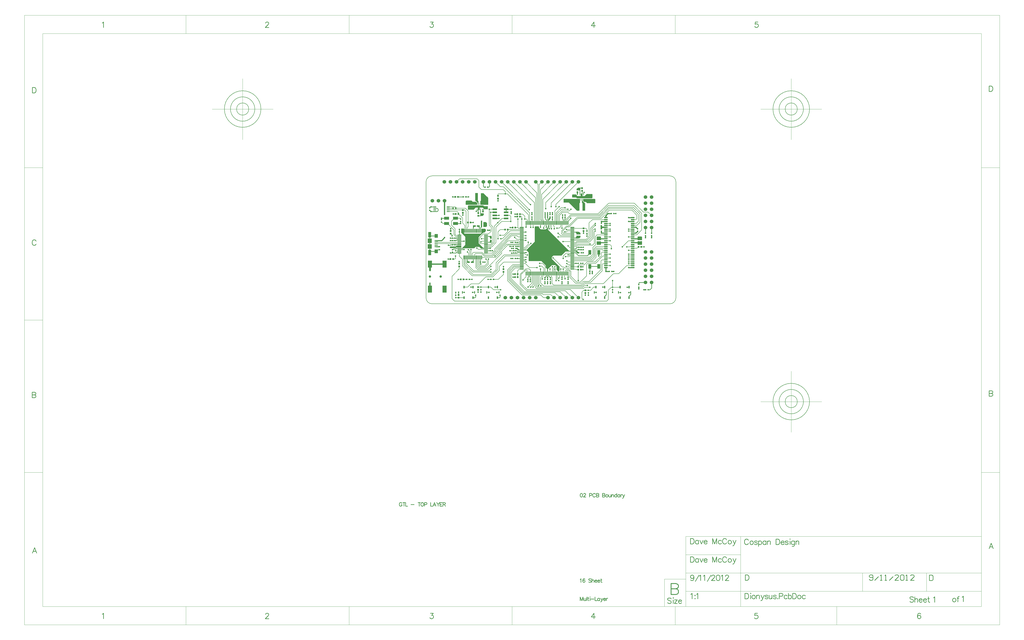
<source format=gtl>
%FSLAX25Y25*%
%MOIN*%
G70*
G01*
G75*
G04 Layer_Physical_Order=1*
G04 Layer_Color=255*
%ADD10R,0.02953X0.02559*%
%ADD11R,0.09843X0.03543*%
%ADD12R,0.00984X0.03150*%
%ADD13R,0.02559X0.02953*%
%ADD14R,0.04331X0.12598*%
%ADD15R,0.05906X0.05118*%
%ADD16R,0.02362X0.01969*%
%ADD17R,0.01969X0.02362*%
%ADD18R,0.01772X0.03937*%
%ADD19R,0.02362X0.03937*%
%ADD20R,0.02756X0.01969*%
%ADD21R,0.01969X0.02756*%
%ADD22R,0.07874X0.04724*%
%ADD23O,0.07087X0.01181*%
%ADD24O,0.01181X0.07087*%
%ADD25R,0.05315X0.01575*%
%ADD26R,0.05512X0.06299*%
%ADD27R,0.07087X0.07480*%
%ADD28R,0.05118X0.09055*%
%ADD29R,0.07087X0.11811*%
%ADD30R,0.04921X0.07284*%
%ADD31R,0.07480X0.02835*%
%ADD32R,0.04921X0.01378*%
%ADD33O,0.06102X0.02165*%
%ADD34C,0.00600*%
%ADD35C,0.01000*%
%ADD36C,0.02000*%
%ADD37C,0.03000*%
%ADD38C,0.01500*%
%ADD39C,0.00400*%
%ADD40C,0.00200*%
%ADD41C,0.01400*%
%ADD42C,0.06000*%
%ADD43C,0.03937*%
%ADD44C,0.05906*%
%ADD45C,0.02400*%
G36*
X108400Y110768D02*
Y107168D01*
X106000D01*
Y109169D01*
X104500Y110669D01*
X101500D01*
Y111669D01*
X107500D01*
X108400Y110768D01*
D02*
G37*
G36*
X355209Y110146D02*
Y105000D01*
X348009D01*
Y110246D01*
X348710Y110946D01*
X354410D01*
X355209Y110146D01*
D02*
G37*
G36*
X288000Y110246D02*
Y105000D01*
X280800D01*
Y110146D01*
X281600Y110946D01*
X287300D01*
X288000Y110246D01*
D02*
G37*
G36*
X254200Y109807D02*
X252252Y107859D01*
X240835D01*
Y108859D01*
X245985D01*
X247485Y110359D01*
Y112359D01*
X254200D01*
Y109807D01*
D02*
G37*
G36*
X82511Y126900D02*
X80511D01*
X79011Y125400D01*
Y122400D01*
X78011D01*
Y128400D01*
X78911Y129300D01*
X82511D01*
Y126900D01*
D02*
G37*
G36*
X92800Y136400D02*
Y126800D01*
X90900Y124900D01*
Y120200D01*
X89800D01*
Y125600D01*
X90800Y126600D01*
Y136400D01*
X91300Y136900D01*
X92300D01*
X92800Y136400D01*
D02*
G37*
G36*
X254200Y116700D02*
Y114148D01*
X247485D01*
Y116148D01*
X245985Y117648D01*
X240835D01*
Y118648D01*
X252252D01*
X254200Y116700D01*
D02*
G37*
G36*
X63300Y123400D02*
Y116400D01*
X64300Y115400D01*
X90700D01*
X91800Y116500D01*
Y117300D01*
Y123400D01*
X97900D01*
X98800Y122500D01*
Y119900D01*
X96200Y117300D01*
X94700D01*
X87100Y109700D01*
Y100000D01*
X95000Y92100D01*
X97800D01*
Y90900D01*
X91300D01*
X88300Y93900D01*
X82300D01*
X79900Y91500D01*
X62300D01*
X61800Y91000D01*
X60768D01*
Y92768D01*
X65300Y97300D01*
Y110300D01*
X58500Y117100D01*
Y119200D01*
Y123900D01*
X62800D01*
X63300Y123400D01*
D02*
G37*
G36*
X78957Y68400D02*
X78057Y67500D01*
X74458D01*
Y69900D01*
X76458D01*
X77957Y71400D01*
Y74400D01*
X78957D01*
Y68400D01*
D02*
G37*
G36*
X69169Y71400D02*
X70669Y69900D01*
X72668D01*
Y67500D01*
X69068D01*
X68168Y68400D01*
Y74400D01*
X69169D01*
Y71400D01*
D02*
G37*
G36*
X58500Y92900D02*
X50200D01*
X49300Y92000D01*
X40700D01*
X39800Y92900D01*
Y93700D01*
X40500Y94400D01*
X49700D01*
X51300Y96000D01*
X58500D01*
Y92900D01*
D02*
G37*
G36*
X108400Y101779D02*
X107500Y100880D01*
X101500D01*
Y101880D01*
X104500D01*
X106000Y103379D01*
Y105379D01*
X108400D01*
Y101779D01*
D02*
G37*
G36*
X355209Y97900D02*
X354410Y97100D01*
X348710D01*
X348009Y97800D01*
Y103046D01*
X355209D01*
Y97900D01*
D02*
G37*
G36*
X288000Y97800D02*
X287300Y97100D01*
X281600D01*
X280800Y97900D01*
Y103046D01*
X288000D01*
Y97800D01*
D02*
G37*
G36*
X85800Y169900D02*
X86900Y168800D01*
Y162800D01*
X85900D01*
Y165900D01*
X81500Y170300D01*
Y182200D01*
X85800D01*
Y169900D01*
D02*
G37*
G36*
X77600Y167900D02*
X82900D01*
X84900Y165900D01*
Y162800D01*
X66500D01*
X65800Y163500D01*
Y168500D01*
X67300Y170000D01*
X75500D01*
X77600Y167900D01*
D02*
G37*
G36*
X96200Y160600D02*
X102200D01*
Y155500D01*
X96400D01*
X93700Y158200D01*
X88800D01*
Y154100D01*
X85900D01*
Y158200D01*
X82600D01*
X82500Y158300D01*
X79000Y154800D01*
X69800D01*
X69400Y155200D01*
Y161000D01*
X70200Y161800D01*
X95000D01*
X96200Y160600D01*
D02*
G37*
G36*
X103000Y174300D02*
Y162800D01*
X89900D01*
Y168800D01*
X91000Y169900D01*
Y182000D01*
X95300D01*
X103000Y174300D01*
D02*
G37*
G36*
X253600Y186400D02*
X248100D01*
Y189200D01*
X249800Y190900D01*
X253600D01*
Y186400D01*
D02*
G37*
G36*
X257500Y177200D02*
X260800D01*
X260900Y177100D01*
X264400Y180600D01*
X273600D01*
X274000Y180200D01*
Y174400D01*
X273200Y173600D01*
X248400D01*
X247200Y174800D01*
X241200D01*
Y179900D01*
X247000D01*
X249700Y177200D01*
X254600D01*
Y181300D01*
X257500D01*
Y177200D01*
D02*
G37*
G36*
X278500Y172000D02*
Y166000D01*
X277900Y165400D01*
X265300D01*
X263200Y167500D01*
X260500D01*
X258500Y169500D01*
Y172600D01*
X277900D01*
X278500Y172000D01*
D02*
G37*
G36*
X289600Y127700D02*
X290200Y127100D01*
X296000D01*
Y125000D01*
X290300D01*
X289600Y124300D01*
Y122600D01*
X287300D01*
Y129600D01*
X289600D01*
Y127700D01*
D02*
G37*
G36*
X205300Y140000D02*
X202700Y137400D01*
Y126000D01*
X201000Y124300D01*
Y122200D01*
X236000Y87200D01*
X248900D01*
X250600Y85500D01*
X250900D01*
Y83000D01*
X249200D01*
X246100Y86100D01*
X229500D01*
X223100Y79700D01*
X209600D01*
X207300Y77300D01*
Y73900D01*
X219800Y61400D01*
Y55200D01*
X218500Y53900D01*
Y47300D01*
X217500D01*
X217400Y47400D01*
X217500Y47500D01*
Y53800D01*
X214800Y56500D01*
Y61900D01*
X212900Y63800D01*
X207200D01*
X200800Y57400D01*
Y47600D01*
X199700D01*
Y57500D01*
X197300Y59900D01*
Y63400D01*
X190000Y70700D01*
X169300D01*
Y84800D01*
X166027Y88100D01*
X152000D01*
X150000Y90100D01*
X148600D01*
Y92100D01*
X150800D01*
X153700Y89200D01*
X166000D01*
X179300Y102500D01*
Y126900D01*
X179800Y127400D01*
X185700D01*
X186300Y126800D01*
Y125400D01*
X189300Y122400D01*
X197300D01*
X200800Y125900D01*
Y128500D01*
X201700Y129400D01*
Y139800D01*
X203400Y141500D01*
Y143700D01*
X205300D01*
Y140000D01*
D02*
G37*
G36*
X88800Y128400D02*
Y122400D01*
X87800D01*
Y125400D01*
X86300Y126900D01*
X84300D01*
Y129300D01*
X87900D01*
X88800Y128400D01*
D02*
G37*
G36*
X100800Y132900D02*
Y127900D01*
X99300Y126400D01*
X94800D01*
Y133900D01*
X95300Y134400D01*
X99300D01*
X100800Y132900D01*
D02*
G37*
G36*
X253500Y166600D02*
X252400Y165500D01*
Y153400D01*
X248100D01*
X235100Y166500D01*
X226500D01*
Y172600D01*
X253500D01*
Y166600D01*
D02*
G37*
G36*
X257500Y169500D02*
X261900Y165100D01*
Y153200D01*
X257600D01*
Y165500D01*
X256500Y166600D01*
Y172600D01*
X257500D01*
Y169500D01*
D02*
G37*
G36*
X95300Y146200D02*
X93600Y144500D01*
X89800D01*
Y149000D01*
X95300D01*
Y146200D01*
D02*
G37*
D10*
X142735Y125400D02*
D03*
X147065D02*
D03*
X62265Y40400D02*
D03*
X57935D02*
D03*
X250435Y61100D02*
D03*
X254765D02*
D03*
X250435Y56400D02*
D03*
X254765D02*
D03*
X147035Y44300D02*
D03*
X151365D02*
D03*
X353831Y94000D02*
D03*
X349500D02*
D03*
X45300Y73900D02*
D03*
X40969D02*
D03*
X53865Y148000D02*
D03*
X49535D02*
D03*
X69635Y133800D02*
D03*
X73965D02*
D03*
X45157Y157080D02*
D03*
X49487D02*
D03*
X151365Y49300D02*
D03*
X147035D02*
D03*
X134765Y122100D02*
D03*
X130435D02*
D03*
X53165Y175900D02*
D03*
X48835D02*
D03*
X154800Y143500D02*
D03*
X150469D02*
D03*
Y147400D02*
D03*
X154800D02*
D03*
D11*
X87375Y160000D02*
D03*
X256025Y175400D02*
D03*
D12*
X84422Y164331D02*
D03*
X86391D02*
D03*
X88359D02*
D03*
X90328D02*
D03*
Y155669D02*
D03*
X88359D02*
D03*
X86391D02*
D03*
X84422D02*
D03*
X258978Y179731D02*
D03*
X257010D02*
D03*
X255041D02*
D03*
X253072D02*
D03*
Y171069D02*
D03*
X255041D02*
D03*
X257010D02*
D03*
X258978D02*
D03*
D13*
X257000Y190365D02*
D03*
Y186035D02*
D03*
X249300Y183435D02*
D03*
Y187765D02*
D03*
X86435Y145000D02*
D03*
Y149331D02*
D03*
X94100Y151965D02*
D03*
Y147635D02*
D03*
X127800Y52900D02*
D03*
Y57231D02*
D03*
X86100Y27865D02*
D03*
Y23535D02*
D03*
X54100Y10400D02*
D03*
Y14731D02*
D03*
X259300Y124100D02*
D03*
Y119769D02*
D03*
X41300Y119965D02*
D03*
Y115635D02*
D03*
X61300Y154365D02*
D03*
Y150035D02*
D03*
X55200Y61800D02*
D03*
Y66131D02*
D03*
X262142Y22554D02*
D03*
Y18223D02*
D03*
X118800Y177400D02*
D03*
Y173069D02*
D03*
D14*
X93099Y175700D02*
D03*
X83650D02*
D03*
X250276Y159600D02*
D03*
X259724D02*
D03*
D15*
X271000Y169460D02*
D03*
Y176940D02*
D03*
X99275Y165480D02*
D03*
Y158000D02*
D03*
X72475Y165940D02*
D03*
Y158460D02*
D03*
X243500Y169860D02*
D03*
Y177340D02*
D03*
D16*
X79175Y164169D02*
D03*
Y160231D02*
D03*
X90835Y27800D02*
D03*
Y23863D02*
D03*
X49500Y10400D02*
D03*
Y14337D02*
D03*
X147900Y87669D02*
D03*
Y83732D02*
D03*
X144500Y87669D02*
D03*
Y83732D02*
D03*
X255100Y89300D02*
D03*
Y93237D02*
D03*
X233749Y40468D02*
D03*
Y36531D02*
D03*
X251500Y89400D02*
D03*
Y93337D02*
D03*
X204800Y40369D02*
D03*
Y36432D02*
D03*
X208158Y142931D02*
D03*
Y146869D02*
D03*
X200300Y40369D02*
D03*
Y36432D02*
D03*
X204300Y142931D02*
D03*
Y146869D02*
D03*
X174694Y142931D02*
D03*
Y146869D02*
D03*
X248700Y111232D02*
D03*
Y115168D02*
D03*
X253000Y111232D02*
D03*
Y115168D02*
D03*
X223906Y40468D02*
D03*
Y36531D02*
D03*
X195800Y40369D02*
D03*
Y36432D02*
D03*
X349800Y31900D02*
D03*
Y27963D02*
D03*
X360800Y116100D02*
D03*
Y112163D02*
D03*
X370800Y116100D02*
D03*
Y112163D02*
D03*
X286789Y102034D02*
D03*
Y105971D02*
D03*
X281976Y102034D02*
D03*
Y105971D02*
D03*
X288454Y132528D02*
D03*
Y128591D02*
D03*
X288440Y119634D02*
D03*
Y123571D02*
D03*
X353731Y106012D02*
D03*
Y102075D02*
D03*
X348000Y123468D02*
D03*
Y119532D02*
D03*
X349507Y106012D02*
D03*
Y102075D02*
D03*
X57600Y139500D02*
D03*
Y135563D02*
D03*
X26200Y134600D02*
D03*
Y138537D02*
D03*
X6900Y153832D02*
D03*
Y157768D02*
D03*
X107200Y104431D02*
D03*
Y108369D02*
D03*
X44300Y89169D02*
D03*
Y85232D02*
D03*
X106200Y91469D02*
D03*
Y87532D02*
D03*
X48300Y97168D02*
D03*
Y93231D02*
D03*
X44100Y97168D02*
D03*
Y93231D02*
D03*
Y108069D02*
D03*
Y104131D02*
D03*
X48200Y108069D02*
D03*
Y104131D02*
D03*
X140700Y155468D02*
D03*
Y151532D02*
D03*
X307000Y27700D02*
D03*
Y23763D02*
D03*
X267077Y22494D02*
D03*
Y18557D02*
D03*
X264700Y171100D02*
D03*
Y175037D02*
D03*
D17*
X147078Y101091D02*
D03*
X143141D02*
D03*
X148268Y94600D02*
D03*
X144332D02*
D03*
X147300Y74868D02*
D03*
X143363D02*
D03*
X200272Y142804D02*
D03*
X196335D02*
D03*
X200272Y146304D02*
D03*
X196335D02*
D03*
X148268Y91100D02*
D03*
X144332D02*
D03*
X251606Y84332D02*
D03*
X255542D02*
D03*
X228768Y141900D02*
D03*
X224832D02*
D03*
X250631Y66994D02*
D03*
X254569D02*
D03*
X269565Y53466D02*
D03*
X273502D02*
D03*
X171768Y40300D02*
D03*
X167832D02*
D03*
X97863Y191900D02*
D03*
X101800D02*
D03*
X365237Y23400D02*
D03*
X361300D02*
D03*
X304852Y148461D02*
D03*
X308789D02*
D03*
X301534Y53473D02*
D03*
X305471D02*
D03*
X71631Y68700D02*
D03*
X75568D02*
D03*
X90332Y68800D02*
D03*
X94269D02*
D03*
X81331Y128100D02*
D03*
X85268D02*
D03*
X91831Y128000D02*
D03*
X95768D02*
D03*
X91831Y132400D02*
D03*
X95768D02*
D03*
X59569Y122700D02*
D03*
X55632D02*
D03*
X97931Y121300D02*
D03*
X101868D02*
D03*
D18*
X80441Y19100D02*
D03*
X60559D02*
D03*
X336602D02*
D03*
X316721D02*
D03*
X296641D02*
D03*
X276759D02*
D03*
X120441D02*
D03*
X100559D02*
D03*
D19*
X77784Y27761D02*
D03*
Y10439D02*
D03*
X63217D02*
D03*
Y27761D02*
D03*
X333945D02*
D03*
Y10439D02*
D03*
X319378D02*
D03*
Y27761D02*
D03*
X293984D02*
D03*
Y10439D02*
D03*
X279416D02*
D03*
Y27761D02*
D03*
X117783D02*
D03*
Y10439D02*
D03*
X103217D02*
D03*
Y27761D02*
D03*
D20*
X67435Y40400D02*
D03*
X71765D02*
D03*
X66165Y175900D02*
D03*
X61835D02*
D03*
X107135Y40400D02*
D03*
X111465D02*
D03*
D21*
X265000Y115635D02*
D03*
Y119965D02*
D03*
D22*
X34617Y132269D02*
D03*
Y140931D02*
D03*
X49183D02*
D03*
Y132269D02*
D03*
D23*
X55650Y113164D02*
D03*
Y111195D02*
D03*
Y109227D02*
D03*
Y107258D02*
D03*
Y105290D02*
D03*
Y103321D02*
D03*
Y101353D02*
D03*
Y99384D02*
D03*
Y97416D02*
D03*
Y95447D02*
D03*
Y93479D02*
D03*
Y91510D02*
D03*
Y89542D02*
D03*
Y87573D02*
D03*
Y85605D02*
D03*
Y83636D02*
D03*
X99350D02*
D03*
Y85605D02*
D03*
Y87573D02*
D03*
Y89542D02*
D03*
Y91510D02*
D03*
Y93479D02*
D03*
Y95447D02*
D03*
Y97416D02*
D03*
Y99384D02*
D03*
Y101353D02*
D03*
Y103321D02*
D03*
Y105290D02*
D03*
Y107258D02*
D03*
Y109227D02*
D03*
Y111195D02*
D03*
Y113164D02*
D03*
X240835Y57151D02*
D03*
Y59120D02*
D03*
Y61088D02*
D03*
Y63057D02*
D03*
Y65025D02*
D03*
Y66994D02*
D03*
Y68962D02*
D03*
Y70931D02*
D03*
Y72899D02*
D03*
Y74868D02*
D03*
Y76836D02*
D03*
Y78805D02*
D03*
Y80773D02*
D03*
Y82742D02*
D03*
Y84710D02*
D03*
Y86679D02*
D03*
Y88647D02*
D03*
Y90616D02*
D03*
Y92584D02*
D03*
Y94553D02*
D03*
Y96521D02*
D03*
Y98490D02*
D03*
Y100458D02*
D03*
Y102427D02*
D03*
Y104395D02*
D03*
Y106364D02*
D03*
Y108332D02*
D03*
Y110301D02*
D03*
Y112269D02*
D03*
Y114238D02*
D03*
Y116206D02*
D03*
Y118175D02*
D03*
Y120143D02*
D03*
Y122112D02*
D03*
Y124080D02*
D03*
Y126049D02*
D03*
X157765D02*
D03*
Y124080D02*
D03*
Y122112D02*
D03*
Y120143D02*
D03*
Y118175D02*
D03*
Y116206D02*
D03*
Y114238D02*
D03*
Y112269D02*
D03*
Y110301D02*
D03*
Y108332D02*
D03*
Y106364D02*
D03*
Y104395D02*
D03*
Y102427D02*
D03*
Y100458D02*
D03*
Y98490D02*
D03*
Y96521D02*
D03*
Y94553D02*
D03*
Y92584D02*
D03*
Y90616D02*
D03*
Y88647D02*
D03*
Y86679D02*
D03*
Y84710D02*
D03*
Y82742D02*
D03*
Y80773D02*
D03*
Y78805D02*
D03*
Y76836D02*
D03*
Y74868D02*
D03*
Y72899D02*
D03*
Y70931D02*
D03*
Y68962D02*
D03*
Y66994D02*
D03*
Y65025D02*
D03*
Y63057D02*
D03*
Y61088D02*
D03*
Y59120D02*
D03*
Y57151D02*
D03*
D24*
X62736Y76550D02*
D03*
X64705D02*
D03*
X66673D02*
D03*
X68642D02*
D03*
X70610D02*
D03*
X72579D02*
D03*
X74547D02*
D03*
X76516D02*
D03*
X78484D02*
D03*
X80453D02*
D03*
X82421D02*
D03*
X84390D02*
D03*
X86358D02*
D03*
X88327D02*
D03*
X90295D02*
D03*
X92264D02*
D03*
Y120250D02*
D03*
X90295D02*
D03*
X88327D02*
D03*
X86358D02*
D03*
X84390D02*
D03*
X82421D02*
D03*
X80453D02*
D03*
X78484D02*
D03*
X76516D02*
D03*
X74547D02*
D03*
X72579D02*
D03*
X70610D02*
D03*
X68642D02*
D03*
X66673D02*
D03*
X64705D02*
D03*
X62736D02*
D03*
X164851Y50065D02*
D03*
X166820D02*
D03*
X168788D02*
D03*
X170757D02*
D03*
X172725D02*
D03*
X174694D02*
D03*
X176662D02*
D03*
X178631D02*
D03*
X180599D02*
D03*
X182568D02*
D03*
X184536D02*
D03*
X186505D02*
D03*
X188473D02*
D03*
X190442D02*
D03*
X192410D02*
D03*
X194379D02*
D03*
X196347D02*
D03*
X198316D02*
D03*
X200284D02*
D03*
X202253D02*
D03*
X204221D02*
D03*
X206190D02*
D03*
X208158D02*
D03*
X210127D02*
D03*
X212095D02*
D03*
X214064D02*
D03*
X216032D02*
D03*
X218001D02*
D03*
X219969D02*
D03*
X221938D02*
D03*
X223906D02*
D03*
X225875D02*
D03*
X227843D02*
D03*
X229812D02*
D03*
X231780D02*
D03*
X233749D02*
D03*
Y133135D02*
D03*
X231780D02*
D03*
X229812D02*
D03*
X227843D02*
D03*
X225875D02*
D03*
X223906D02*
D03*
X221938D02*
D03*
X219969D02*
D03*
X218001D02*
D03*
X216032D02*
D03*
X214064D02*
D03*
X212095D02*
D03*
X210127D02*
D03*
X208158D02*
D03*
X206190D02*
D03*
X204221D02*
D03*
X202253D02*
D03*
X200284D02*
D03*
X198316D02*
D03*
X196347D02*
D03*
X194379D02*
D03*
X192410D02*
D03*
X190442D02*
D03*
X188473D02*
D03*
X186505D02*
D03*
X184536D02*
D03*
X182568D02*
D03*
X180599D02*
D03*
X178631D02*
D03*
X176662D02*
D03*
X174694D02*
D03*
X172725D02*
D03*
X170757D02*
D03*
X168788D02*
D03*
X166820D02*
D03*
X164851D02*
D03*
D25*
X17500Y94082D02*
D03*
Y96641D02*
D03*
Y99200D02*
D03*
Y101759D02*
D03*
Y104318D02*
D03*
D26*
Y86602D02*
D03*
Y111798D02*
D03*
D27*
X6968Y94476D02*
D03*
Y103924D02*
D03*
D28*
Y113964D02*
D03*
Y84436D02*
D03*
D29*
X31116Y65620D02*
D03*
X7100D02*
D03*
Y24675D02*
D03*
X31116D02*
D03*
D30*
X269516Y84817D02*
D03*
X284084D02*
D03*
Y61983D02*
D03*
X269516D02*
D03*
D31*
X132152Y140500D02*
D03*
Y145500D02*
D03*
Y150500D02*
D03*
Y155500D02*
D03*
X113648Y140500D02*
D03*
Y145500D02*
D03*
Y150500D02*
D03*
Y155500D02*
D03*
D32*
X37322Y151961D02*
D03*
Y154520D02*
D03*
Y157080D02*
D03*
Y159639D02*
D03*
X15078Y151961D02*
D03*
Y154520D02*
D03*
Y157080D02*
D03*
Y159639D02*
D03*
D33*
X340052Y59928D02*
D03*
Y63078D02*
D03*
Y66228D02*
D03*
Y69377D02*
D03*
Y72527D02*
D03*
Y75676D02*
D03*
Y78826D02*
D03*
Y81976D02*
D03*
Y85125D02*
D03*
Y88275D02*
D03*
Y91424D02*
D03*
Y94574D02*
D03*
Y97724D02*
D03*
Y100873D02*
D03*
Y104023D02*
D03*
Y107172D02*
D03*
Y110322D02*
D03*
Y113472D02*
D03*
Y116621D02*
D03*
Y119771D02*
D03*
Y122921D02*
D03*
Y126070D02*
D03*
Y129220D02*
D03*
Y132369D02*
D03*
Y135519D02*
D03*
Y138669D02*
D03*
Y141818D02*
D03*
X295957Y59928D02*
D03*
Y63078D02*
D03*
Y66228D02*
D03*
Y69377D02*
D03*
Y72527D02*
D03*
Y75676D02*
D03*
Y78826D02*
D03*
Y81976D02*
D03*
Y85125D02*
D03*
Y88275D02*
D03*
Y91424D02*
D03*
Y94574D02*
D03*
Y97724D02*
D03*
Y100873D02*
D03*
Y104023D02*
D03*
Y107172D02*
D03*
Y110322D02*
D03*
Y113472D02*
D03*
Y116621D02*
D03*
Y119771D02*
D03*
Y122921D02*
D03*
Y126070D02*
D03*
Y129220D02*
D03*
Y132369D02*
D03*
Y135519D02*
D03*
Y138669D02*
D03*
Y141818D02*
D03*
D34*
X118800Y177400D02*
Y180400D01*
X119300Y180900D01*
X130800D01*
Y184600D01*
X127600Y187800D02*
X130800Y184600D01*
X91500Y187800D02*
X127600D01*
X130800Y180900D02*
X134300D01*
X168800Y146400D01*
X127900Y192400D02*
X170757Y149543D01*
X122800Y192400D02*
X127900D01*
X114800Y200400D02*
X122800Y192400D01*
X168800Y133147D02*
Y146400D01*
X165400Y139400D02*
X166820Y137980D01*
X157765Y139400D02*
Y142935D01*
X157200Y143500D02*
X157765Y142935D01*
X154800Y143500D02*
X157200D01*
X170757Y133135D02*
Y149543D01*
X87400Y191900D02*
Y202800D01*
X84700Y205500D02*
X87400Y202800D01*
X55900Y205500D02*
X84700D01*
X87400Y191900D02*
X91500Y187800D01*
X162800Y140400D02*
Y144100D01*
X159500Y147400D02*
X162800Y144100D01*
X154800Y147400D02*
X159500D01*
X166820Y133135D02*
Y137980D01*
X162800Y139400D02*
X165400D01*
X121200Y55500D02*
Y62000D01*
X110200Y44500D02*
X121200Y55500D01*
X74500Y33100D02*
X87600D01*
X69161Y27761D02*
X74500Y33100D01*
X63217Y27761D02*
X69161D01*
X127800Y48700D02*
Y52900D01*
X90835Y27761D02*
X103217D01*
X111600Y23400D02*
X123100D01*
X107239Y27761D02*
X111600Y23400D01*
X103217Y27761D02*
X107239D01*
X49500Y10439D02*
X63217D01*
X90800Y18866D02*
X90835D01*
Y23863D01*
X346924Y91424D02*
X349500Y94000D01*
X357400Y150900D02*
X365300D01*
X342600Y165700D02*
X357400Y150900D01*
X300600Y165700D02*
X342600D01*
X365300Y150900D02*
X370800Y145400D01*
X209995Y50196D02*
Y58995D01*
Y50196D02*
X210127Y50065D01*
X209995Y58995D02*
X212300Y61300D01*
X221900Y57381D02*
Y57400D01*
Y57381D02*
X221938Y57343D01*
Y50065D02*
Y57343D01*
X130805Y78805D02*
X157765D01*
X118700Y66700D02*
X130805Y78805D01*
X118700Y56500D02*
Y66700D01*
X108900Y46700D02*
X118700Y56500D01*
X115968Y67868D02*
X128873Y80773D01*
X107900Y48500D02*
X115968Y56568D01*
Y67868D01*
X176300Y27900D02*
X178631Y30231D01*
X172400Y27900D02*
X176662Y32162D01*
X188800Y34400D02*
X193800Y29400D01*
X205500Y15700D02*
X210800Y10400D01*
X193000Y15700D02*
X205500D01*
X191800Y16900D02*
X193000Y15700D01*
X159400Y16900D02*
X191800D01*
X193700Y10400D02*
X200800D01*
X189100Y15000D02*
X193700Y10400D01*
X158100Y15000D02*
X189100D01*
X188800Y43300D02*
X190442Y44942D01*
X192410Y44610D02*
Y50065D01*
X191400Y43600D02*
X192410Y44610D01*
X191400Y41300D02*
Y43600D01*
X190442Y44942D02*
Y50065D01*
X146332Y109432D02*
X149400Y106364D01*
X157765D01*
X151899Y110301D02*
X157765D01*
X149900Y112300D02*
X151899Y110301D01*
X105000Y54600D02*
X107300Y56900D01*
X78000Y48500D02*
X107900D01*
X62736Y63764D02*
X78000Y48500D01*
X76599Y46700D02*
X108900D01*
X157765Y92584D02*
X163184D01*
X77500Y52500D02*
X107300D01*
X162869Y70931D02*
X164800Y69000D01*
X128162Y68962D02*
X157765D01*
X188400Y138500D02*
Y188000D01*
Y138500D02*
X190442Y136458D01*
X188400Y188000D02*
X200800Y200400D01*
X194379Y133135D02*
Y136521D01*
X192400Y138500D02*
X194379Y136521D01*
X192400Y138500D02*
Y172000D01*
X190442Y133135D02*
Y136458D01*
X192410Y133135D02*
Y136390D01*
X190400Y138400D02*
X192410Y136390D01*
X190400Y138400D02*
Y180000D01*
X202800Y123400D02*
X204221Y124821D01*
X213800Y159900D02*
Y163400D01*
X204221Y124821D02*
Y133135D01*
X54205Y111195D02*
X55650D01*
X54200Y111200D02*
X54205Y111195D01*
X52100Y111200D02*
X54200D01*
X275961Y27761D02*
X279416D01*
X270726Y22526D02*
X275961Y27761D01*
X267077Y22526D02*
X270726D01*
X307000Y19200D02*
Y23763D01*
X304800Y27700D02*
X307000D01*
X300000Y22900D02*
X304800Y27700D01*
X300000Y7500D02*
Y22900D01*
X262142Y14700D02*
Y18223D01*
X256400Y19600D02*
X259295Y22494D01*
X267077D01*
X256400Y9600D02*
Y19600D01*
X86100Y19400D02*
Y23535D01*
X231100Y128000D02*
X234100D01*
X232000Y126600D02*
X235600D01*
X231112Y122112D02*
X240835D01*
X153873Y102427D02*
X157765D01*
X152400Y103900D02*
X153873Y102427D01*
X240835Y94553D02*
X240976Y94412D01*
X297400Y4900D02*
X300000Y7500D01*
X157549Y90400D02*
X157765Y90616D01*
X101900Y56600D02*
X107250Y61950D01*
X99300Y74000D02*
X101300Y72000D01*
Y66700D02*
Y72000D01*
X97100Y62500D02*
X101300Y66700D01*
X89100Y62500D02*
X97100D01*
X103300Y65400D02*
Y73900D01*
X98300Y60400D02*
X103300Y65400D01*
X88100Y60400D02*
X98300D01*
X249600Y140600D02*
X288100D01*
X235600Y126600D02*
X249600Y140600D01*
X248400Y142300D02*
X286300D01*
X234100Y128000D02*
X248400Y142300D01*
X151600Y125400D02*
Y139400D01*
X157765Y126049D02*
Y139400D01*
X65455Y157080D02*
X69800Y152735D01*
Y126800D02*
Y152735D01*
X68642Y125642D02*
X69800Y126800D01*
X206700Y123400D02*
Y127000D01*
X196225Y128925D02*
Y133013D01*
X193800Y126500D02*
X196225Y128925D01*
X193800Y124400D02*
Y126500D01*
X206190Y127510D02*
X206700Y127000D01*
X206190Y127510D02*
Y133135D01*
X211100Y123400D02*
Y127100D01*
X210127Y128073D02*
X211100Y127100D01*
X194379Y50065D02*
Y58821D01*
X190900Y62300D02*
X194379Y58821D01*
X196347Y50065D02*
Y62553D01*
X191900Y67000D02*
X196347Y62553D01*
X164800Y80400D02*
X167300D01*
X162458Y82742D02*
X164800Y80400D01*
X157765Y82742D02*
X162458D01*
X281272Y113472D02*
X295957D01*
X278800Y111000D02*
X281272Y113472D01*
X272800Y109200D02*
Y123470D01*
X293500Y19100D02*
X296641D01*
X290843Y27761D02*
X293984D01*
X276759Y19100D02*
X279900D01*
X115700Y100900D02*
Y126200D01*
X108410Y93610D02*
X115700Y100900D01*
X99482Y93610D02*
X108410D01*
X99350Y83636D02*
X109636D01*
X100559Y19100D02*
X104243D01*
X116758D02*
X120441D01*
X268300Y110800D02*
Y133200D01*
X263864Y106364D02*
X268300Y110800D01*
X240835Y106364D02*
X263864D01*
X270500Y110100D02*
Y124319D01*
X264795Y104395D02*
X270500Y110100D01*
X240835Y104395D02*
X264795D01*
X274900Y107800D02*
Y122000D01*
X134400Y38700D02*
X158100Y15000D01*
X134400Y38700D02*
Y56000D01*
X136500Y39800D02*
X159400Y16900D01*
X136500Y39800D02*
Y54800D01*
X160600Y18700D02*
X212500D01*
X138600Y40700D02*
X160600Y18700D01*
X138600Y40700D02*
Y53900D01*
X161800Y20300D02*
X220900D01*
X140600Y41500D02*
X161800Y20300D01*
X140600Y41500D02*
Y52600D01*
X308200Y49800D02*
X316900D01*
X291900Y33500D02*
X308200Y49800D01*
X316900D02*
X330178Y63078D01*
X340052D01*
X216032Y133135D02*
Y148132D01*
X223400Y155500D01*
X330200Y93900D02*
X334800D01*
X335474Y94574D01*
X332923Y104023D02*
X340052D01*
X322800Y93900D02*
X332923Y104023D01*
X302500Y97724D02*
X304800Y95424D01*
Y90900D02*
Y95424D01*
X295957Y97724D02*
X302500D01*
X233800Y95400D02*
X236616Y92584D01*
X240835D01*
X274400Y81100D02*
Y92800D01*
X270136Y76836D02*
X274400Y81100D01*
X240835Y76836D02*
X270136D01*
X276100Y79600D02*
Y90400D01*
X271368Y74868D02*
X276100Y79600D01*
X240835Y74868D02*
X271368D01*
X278000Y78300D02*
Y89900D01*
X272599Y72899D02*
X278000Y78300D01*
X240835Y72899D02*
X272599D01*
X280000Y76800D02*
Y89000D01*
X274131Y70931D02*
X280000Y76800D01*
X240835Y70931D02*
X274131D01*
X274400Y92800D02*
X278800Y97200D01*
X276100Y90400D02*
X280274Y94574D01*
X278000Y89900D02*
X280100Y92000D01*
X280000Y89000D02*
X280900Y89900D01*
X278800Y97200D02*
Y111000D01*
X276800Y118371D02*
X278200Y119771D01*
X276800Y99400D02*
Y118371D01*
X275820Y122921D02*
X278200D01*
X274900Y122000D02*
X275820Y122921D01*
X272800Y123470D02*
X278550Y129220D01*
X225875Y50065D02*
Y57400D01*
X333218Y66228D02*
X340052D01*
X333218Y69377D02*
X340052D01*
X333218Y72527D02*
X340052D01*
X333218Y75676D02*
X340052D01*
X333218Y78826D02*
X340052D01*
X333218Y81976D02*
X340052D01*
X333218Y88275D02*
X340052D01*
X335474Y94574D02*
X340052D01*
X333218Y110322D02*
X340052D01*
X295957Y63078D02*
X302791D01*
X295957Y69377D02*
X302791D01*
X295957Y75676D02*
X302791D01*
X295957Y81976D02*
X302791D01*
X288100Y79000D02*
Y83400D01*
X278300Y69200D02*
X288100Y79000D01*
X265300Y69200D02*
X278300D01*
X287800Y70900D02*
X289427Y72527D01*
X295957D01*
X290000Y54400D02*
Y65200D01*
X291028Y66228D01*
X295957D01*
X271000Y35400D02*
X290000Y54400D01*
X268400Y37200D02*
X287800Y56600D01*
Y70900D01*
X288100Y83400D02*
X289825Y85125D01*
X260300Y64200D02*
X265300Y69200D01*
X264200Y64900D02*
X266300Y67000D01*
X291300Y91400D02*
X295933D01*
X290700Y92000D02*
X291300Y91400D01*
X280100Y92000D02*
X290700D01*
X289600Y89900D02*
X291225Y88275D01*
X280900Y89900D02*
X289600D01*
X295933Y91400D02*
X295957Y91424D01*
X291225Y88275D02*
X295957D01*
X280274Y94574D02*
X295957D01*
Y104023D02*
X302791D01*
X295957Y110322D02*
X302791D01*
X295957Y122921D02*
X302791D01*
X295957Y119771D02*
X302791D01*
X270500Y124319D02*
X278550Y132369D01*
X268300Y133200D02*
X273768Y138669D01*
X295957Y129220D02*
X302791D01*
X295957Y132369D02*
X302791D01*
X333170Y119791D02*
X340004D01*
X354700Y121600D02*
Y148900D01*
X346572Y113472D02*
X354700Y121600D01*
X340052Y113472D02*
X346572D01*
X342200Y161400D02*
X354700Y148900D01*
X349200Y136000D02*
Y147000D01*
X345569Y132369D02*
X349200Y136000D01*
X340052Y132369D02*
X345569D01*
X341000Y159000D02*
X351800Y148200D01*
Y134100D02*
Y148200D01*
X346920Y129220D02*
X351800Y134100D01*
X340052Y129220D02*
X346920D01*
X299700Y161400D02*
X342200D01*
X284800Y146500D02*
X299700Y161400D01*
X300100Y159000D02*
X341000D01*
X285500Y144400D02*
X300100Y159000D01*
X339300Y156900D02*
X349200Y147000D01*
X300900Y156900D02*
X339300D01*
X286300Y142300D02*
X300900Y156900D01*
X346600Y139800D02*
Y146000D01*
X345468Y138669D02*
X346600Y139800D01*
X340052Y138669D02*
X345468D01*
X234169Y68831D02*
X240704D01*
X240835Y68962D01*
X208158Y50065D02*
Y61400D01*
X204221Y50065D02*
Y57238D01*
X219969Y43969D02*
Y50065D01*
X214064Y38500D02*
Y50065D01*
X216032Y40968D02*
Y50065D01*
X230800Y61857D02*
X234757D01*
X235957Y63057D01*
X240835D01*
X233375Y65025D02*
X240835D01*
X289825Y85125D02*
X295957D01*
X250435Y61100D02*
Y63635D01*
X251000Y64200D01*
X260300D01*
X250435Y38400D02*
Y56400D01*
X166800Y23800D02*
X237400D01*
X156900Y33700D02*
X166800Y23800D01*
X237400D02*
X250800Y10400D01*
X234900Y57100D02*
X238400Y53600D01*
X231800Y57100D02*
X234900D01*
X229812Y55112D02*
X231800Y57100D01*
X229812Y50065D02*
Y55112D01*
X234700Y55300D02*
X236400Y53600D01*
X232700Y55300D02*
X234700D01*
X231780Y54380D02*
X232700Y55300D01*
X231780Y50065D02*
Y54380D01*
X307000Y27700D02*
Y38400D01*
X283200Y148300D02*
X300600Y165700D01*
X236000Y148300D02*
X283200D01*
X233900Y150400D02*
X236000Y148300D01*
X340052Y91424D02*
X346924D01*
X353831Y94000D02*
X358493D01*
X333218Y122921D02*
X340052D01*
X273768Y138669D02*
X295957D01*
X240704Y114106D02*
X240835Y114238D01*
X238200Y146500D02*
X284800D01*
X229812Y138112D02*
X238200Y146500D01*
X238500Y144400D02*
X285500D01*
X231780Y137680D02*
X238500Y144400D01*
X231780Y133135D02*
Y137680D01*
X229812Y133135D02*
Y138112D01*
X223906Y124490D02*
Y133135D01*
X215600Y124490D02*
X219090D01*
X221938Y127338D01*
Y133135D01*
X212095Y152795D02*
X219200Y159900D01*
X212095Y133135D02*
Y152795D01*
X186505Y196105D02*
X190800Y200400D01*
X186505Y133135D02*
Y196105D01*
X180800Y200400D02*
X184536Y196664D01*
Y133135D02*
Y196664D01*
X182568Y133135D02*
Y182632D01*
X180599Y133135D02*
Y174601D01*
X144800Y200400D02*
X178631Y166569D01*
Y133135D02*
Y166569D01*
X186505Y32695D02*
Y50065D01*
X176662Y32162D02*
Y50065D01*
X172725D02*
Y55275D01*
X170000Y58000D02*
X172725Y55275D01*
X164400Y58000D02*
X170000D01*
X155300Y48900D02*
X164400Y58000D01*
X166820Y50065D02*
Y55180D01*
X159800Y39700D02*
X164851Y44751D01*
Y50065D01*
X166000Y56000D02*
X166800Y55200D01*
X164400Y56000D02*
X166000D01*
X156900Y48500D02*
X164400Y56000D01*
X156900Y33700D02*
Y48500D01*
X155300Y32400D02*
Y48900D01*
Y32400D02*
X165800Y21900D01*
X140600Y52600D02*
X147120Y59120D01*
X138600Y53900D02*
X145788Y61088D01*
X136500Y54800D02*
X144757Y63057D01*
X147120Y59120D02*
X157765D01*
X145788Y61088D02*
X157765D01*
X144757Y63057D02*
X157765D01*
X134400Y56000D02*
X143425Y65025D01*
X157765D01*
X151365Y49300D02*
Y54965D01*
Y44300D02*
Y49300D01*
X86100Y27800D02*
X90835D01*
X157765Y70931D02*
X162869D01*
X128873Y80773D02*
X157765D01*
Y76836D02*
X164780D01*
X64705Y65295D02*
X77500Y52500D01*
X85600Y56600D02*
X101900D01*
X82421Y59779D02*
X85600Y56600D01*
X82421Y59779D02*
Y76550D01*
X87000Y58500D02*
X100400D01*
X84390Y61110D02*
X87000Y58500D01*
X84390Y61110D02*
Y76550D01*
X78800Y54600D02*
X105000D01*
X66673Y66727D02*
X78800Y54600D01*
X86358Y62142D02*
X88100Y60400D01*
X88195Y63405D02*
X89100Y62500D01*
X152900Y96900D02*
X153279Y96521D01*
X157765D01*
X92264Y76550D02*
X114950D01*
X157765Y104395D02*
X164700D01*
X157765Y112269D02*
X164700D01*
X157765Y108332D02*
X164700D01*
X86758Y89542D02*
X99350D01*
X96500Y78500D02*
X110100D01*
X96900Y80700D02*
X109400D01*
X256400Y9600D02*
X258450Y7550D01*
X229300Y21900D02*
X240800Y10400D01*
X165800Y21900D02*
X229300D01*
X220900Y20300D02*
X230800Y10400D01*
X212500Y18700D02*
X220800Y10400D01*
X178631Y30231D02*
Y50065D01*
X240847Y61100D02*
X250435D01*
X247200Y56400D02*
X250435D01*
X246449Y57151D02*
X247200Y56400D01*
X240835Y57151D02*
X246449D01*
X118700Y133600D02*
X125600Y140500D01*
X113000Y127900D02*
X118700Y133600D01*
X139900Y135500D02*
Y143800D01*
X125000Y135500D02*
X139900D01*
X106900Y150500D02*
X113648D01*
X106900Y130300D02*
Y150500D01*
X104700Y155500D02*
X113648D01*
X104700Y129200D02*
Y155500D01*
X152920Y124080D02*
X157765D01*
X151600Y125400D02*
X152920Y124080D01*
X168788Y133135D02*
X168800Y133147D01*
X151365Y54965D02*
X153551Y57151D01*
X157765D01*
X86358Y62142D02*
Y76550D01*
X88195Y63405D02*
Y76418D01*
X92600Y85000D02*
X96900Y80700D01*
X78600Y85000D02*
X92600D01*
X76516Y82916D02*
X78600Y85000D01*
X76516Y76550D02*
Y82916D01*
X92100Y82900D02*
X96500Y78500D01*
X82000Y82900D02*
X92100D01*
X80453Y81353D02*
X82000Y82900D01*
X157584Y98309D02*
X157765Y98490D01*
X213800Y163400D02*
X250800Y200400D01*
X210127Y128073D02*
Y133135D01*
X197100Y166700D02*
X230800Y200400D01*
X192400Y172000D02*
X220800Y200400D01*
X196225Y133013D02*
X196347Y133135D01*
X190400Y180000D02*
X210800Y200400D01*
X164800D02*
X182568Y182632D01*
X154800Y200400D02*
X180599Y174601D01*
X176662Y125962D02*
Y133135D01*
X172725Y125925D02*
Y133135D01*
X124800Y200400D02*
X170300Y154900D01*
X134800Y200400D02*
X172294Y162906D01*
X115700Y126200D02*
X125000Y135500D01*
X113000Y101100D02*
Y127900D01*
X107347Y95447D02*
X113000Y101100D01*
X110600Y101400D02*
Y126600D01*
X106900Y130300D02*
X110600Y126600D01*
X104700Y129200D02*
X107800Y126100D01*
X132152Y145500D02*
X138200D01*
X139900Y143800D01*
X99350Y93479D02*
X99482Y93610D01*
X125600Y140500D02*
X132152D01*
X99350Y95447D02*
X107347D01*
X106616Y97416D02*
X110600Y101400D01*
X99350Y97416D02*
X106616D01*
X88195Y76418D02*
X88327Y76550D01*
X70279Y89379D02*
X72579Y87079D01*
Y76550D02*
Y87079D01*
X68800Y85400D02*
X70610Y83590D01*
X66673Y66727D02*
Y76550D01*
X107800Y119700D02*
Y126100D01*
X92321Y103321D02*
X99350D01*
X91842Y107258D02*
X99350D01*
X265000Y119965D02*
Y122700D01*
X263600Y124100D02*
X265000Y122700D01*
X240835Y124100D02*
X263600D01*
X267077Y14626D02*
Y18557D01*
X316721Y19039D02*
X319861D01*
X330804Y27700D02*
X333945D01*
X333461Y19039D02*
X336602D01*
X307000Y27700D02*
X319378D01*
X49487Y157080D02*
X65455D01*
X53922Y147978D02*
Y150078D01*
X37322Y151961D02*
X52039D01*
X53922Y150078D01*
X80453Y76550D02*
Y81353D01*
X74547Y76550D02*
Y89400D01*
X70610Y76550D02*
Y83590D01*
X68642Y120250D02*
Y125642D01*
X49487Y157080D02*
Y159114D01*
X48983Y159618D02*
X49487Y159114D01*
X37322Y159618D02*
X48983D01*
X37322Y157059D02*
X45322D01*
X28631Y132269D02*
X34617D01*
X26250Y134650D02*
X28631Y132269D01*
X56169Y140931D02*
X57600Y139500D01*
X49183Y140931D02*
X56169D01*
X64705Y65295D02*
Y76550D01*
X62736Y63764D02*
Y76550D01*
X51573Y109227D02*
X55650D01*
X49300Y87573D02*
X55650D01*
X53500Y40400D02*
X57935D01*
X127800Y57231D02*
Y61665D01*
X114100Y27761D02*
X117783D01*
X77300Y19100D02*
X80441D01*
X74642Y27761D02*
X77784D01*
X60559Y19100D02*
X63700D01*
X225400Y102427D02*
X240835D01*
X180599Y26901D02*
Y50065D01*
Y26901D02*
X182000Y25500D01*
X182568Y28532D02*
Y50065D01*
Y28532D02*
X183500Y27600D01*
X184536Y32664D02*
Y50065D01*
X186505Y32695D02*
X189300Y29900D01*
X188800Y34400D02*
Y43300D01*
X184536Y32664D02*
X185300Y31900D01*
Y29900D02*
Y31900D01*
X206190Y45510D02*
Y50065D01*
X240704Y82873D02*
X240835Y82742D01*
X266500Y102900D02*
X272800Y109200D01*
X268200Y101100D02*
X274900Y107800D01*
X240835Y100458D02*
X245858D01*
X248300Y102900D01*
X266500D01*
X241600Y98490D02*
X246190D01*
X248800Y101100D01*
X268200D01*
X240835Y96521D02*
X247121D01*
X249300Y98700D01*
X269800D01*
X273900Y96500D02*
X276800Y99400D01*
X236405Y78805D02*
X240835D01*
X240976Y94412D02*
X247732D01*
X249820Y96500D01*
X273900D01*
X291026Y78826D02*
X295957D01*
X266300Y67000D02*
X279200D01*
X291026Y78826D01*
X157765Y66994D02*
X163506D01*
X170600Y59900D01*
X182800D01*
X187300Y67000D02*
X191900D01*
X187300Y62300D02*
X190900D01*
X209300Y75800D02*
X224200Y60900D01*
X226400D01*
X228180Y59120D01*
X240835D01*
X49516Y14344D02*
Y19376D01*
X233043Y120143D02*
X240835D01*
X231400Y118500D02*
X233043Y120143D01*
X42500Y135900D02*
X47531Y140931D01*
X48700Y114600D02*
X52100Y111200D01*
X48700Y114600D02*
Y123500D01*
X42500Y129700D02*
X48700Y123500D01*
X42500Y129700D02*
Y135900D01*
X46700Y114100D02*
X51573Y109227D01*
X46700Y114100D02*
Y121700D01*
X36131Y132269D02*
X46700Y121700D01*
X55200Y66131D02*
Y69900D01*
X122400Y122100D02*
X130435D01*
X118800Y118500D02*
X122400Y122100D01*
X118800Y107258D02*
Y118500D01*
X134765Y122100D02*
X157765D01*
X288100Y140600D02*
X301700Y154200D01*
X338400D01*
X346600Y146000D01*
X53922Y147978D02*
X60800Y141100D01*
Y132800D02*
Y141100D01*
Y132800D02*
X64705Y128895D01*
Y120250D02*
Y128895D01*
X66673Y120250D02*
Y152027D01*
X37322Y154520D02*
X64179D01*
X66673Y152027D01*
X84300Y92000D02*
X86758Y89542D01*
X103200Y115100D02*
X107800Y119700D01*
X95000Y115100D02*
X103200D01*
X206300Y165900D02*
X240800Y200400D01*
X206300Y160000D02*
Y165900D01*
X197100Y156700D02*
Y166700D01*
X55650Y78550D02*
Y83636D01*
X60500Y62799D02*
X76599Y46700D01*
X60500Y62799D02*
Y73700D01*
X55650Y78550D02*
X60500Y73700D01*
X50800Y200400D02*
X55900Y205500D01*
X45300Y73900D02*
X48200D01*
X49300Y75000D01*
Y79000D01*
X55200Y57400D02*
Y61700D01*
X174694Y34294D02*
Y50065D01*
X168300Y27900D02*
X174694Y34294D01*
X236327Y82873D02*
X240704D01*
X225800Y78900D02*
X230600Y83700D01*
X235500D01*
X236327Y82873D01*
X62265Y40400D02*
X67435D01*
X71765D02*
X76200D01*
X102700D02*
X107135D01*
X17500Y99200D02*
X20500D01*
X20684Y99384D01*
X55650D01*
X17500Y101759D02*
X20500D01*
X20906Y101353D01*
X55650D01*
X147065Y125400D02*
X151600D01*
X236000Y153000D02*
X238400Y155400D01*
X223400Y155500D02*
X233500D01*
X214064Y133135D02*
Y149564D01*
X222600Y158100D01*
X229000D01*
X218001Y133135D02*
Y146501D01*
X224500Y153000D01*
X236000D01*
X219969Y133135D02*
Y145469D01*
X224900Y150400D01*
X233900D01*
X225800Y74900D02*
Y78900D01*
X229500Y78000D02*
X235600D01*
X236405Y78805D01*
X217500Y110301D02*
X240835D01*
X217500Y116200D02*
X221431Y112269D01*
X240835D01*
X223300Y120200D02*
X231100Y128000D01*
X223300Y115500D02*
Y120200D01*
Y115500D02*
X224694Y114106D01*
X240704D01*
X225300Y119900D02*
X232000Y126600D01*
X225300Y117200D02*
Y119900D01*
Y117200D02*
X226294Y116206D01*
X240835D01*
X228500Y118500D02*
X231400D01*
X157765Y90616D02*
X164116D01*
X173000Y99500D01*
X163184Y92584D02*
X168500Y97900D01*
Y101400D01*
X232000Y71000D02*
X234169Y68831D01*
X231900Y66500D02*
X233375Y65025D01*
X206190Y45510D02*
X207500Y44200D01*
Y34000D02*
Y44200D01*
Y34000D02*
X210300Y31200D01*
X216032Y40968D02*
X218500Y38500D01*
X182000Y25500D02*
X259100D01*
X261100Y27500D01*
X269500D01*
X183500Y27600D02*
X257900D01*
X260800Y30500D01*
X265500D01*
X193800Y29400D02*
X257200D01*
X261300Y33500D01*
X291900D01*
X210300Y31200D02*
X256000D01*
X260200Y35400D01*
X271000D01*
X258600Y37200D02*
X268400D01*
X264200Y46300D02*
Y64900D01*
X238400Y45600D02*
Y53600D01*
Y45600D02*
X248100Y35900D01*
X253800D01*
X264200Y46300D01*
X255400Y34000D02*
X258600Y37200D01*
X236400Y44100D02*
Y53600D01*
Y44100D02*
X246500Y34000D01*
X255400D01*
X218500Y42500D02*
X219969Y43969D01*
X227843Y44657D02*
Y50065D01*
Y44657D02*
X229000Y43500D01*
Y41500D02*
Y43500D01*
X122300Y113000D02*
X128800D01*
X134765Y118965D01*
Y122100D01*
X126258Y107258D02*
X139143Y120143D01*
X157765D01*
X139306Y116206D02*
X157765D01*
X109636Y83636D02*
X113500Y87500D01*
Y90400D01*
X139306Y116206D01*
X140438Y114238D02*
X157765D01*
X109400Y80700D02*
X116000Y87300D01*
Y89800D01*
X140438Y114238D01*
X118550Y86950D02*
Y89650D01*
X110100Y78500D02*
X118550Y86950D01*
Y89650D02*
X141200Y112300D01*
X149900D01*
X113900Y78900D02*
X120900Y85900D01*
Y89300D01*
X135500Y103900D01*
X152400D01*
X114950Y76550D02*
X123000Y84600D01*
Y88500D01*
X132809Y98309D01*
X157584D01*
X123700Y107258D02*
X126258D01*
X121200Y62000D02*
X128162Y68962D01*
X100400Y58500D02*
X125000Y83100D01*
Y87000D01*
X134900Y96900D01*
X152900D01*
X89616Y99384D02*
X99350D01*
X88400Y100600D02*
X89616Y99384D01*
X88400Y100600D02*
Y108500D01*
X95000Y115100D01*
X91000Y102000D02*
X92321Y103321D01*
X99000Y44500D02*
X110200D01*
X87600Y33100D02*
X99000Y44500D01*
X119500Y40400D02*
X127800Y48700D01*
X111465Y40400D02*
X119500D01*
X43500Y45700D02*
X55200Y57400D01*
X43500Y8800D02*
Y45700D01*
Y8800D02*
X47400Y4900D01*
X297400D01*
X400800Y400D02*
G03*
X410800Y10400I0J10000D01*
G01*
Y200400D02*
G03*
X400800Y210400I-10000J0D01*
G01*
X10800D02*
G03*
X800Y200400I0J-10000D01*
G01*
Y10400D02*
G03*
X10800Y400I10000J0D01*
G01*
X-270000Y320000D02*
G03*
X-270000Y320000I-30000J0D01*
G01*
X-280000D02*
G03*
X-280000Y320000I-20000J0D01*
G01*
X-290000D02*
G03*
X-290000Y320000I-10000J0D01*
G01*
X630000D02*
G03*
X630000Y320000I-30000J0D01*
G01*
X620000D02*
G03*
X620000Y320000I-20000J0D01*
G01*
X610000D02*
G03*
X610000Y320000I-10000J0D01*
G01*
X630000Y-160000D02*
G03*
X630000Y-160000I-30000J0D01*
G01*
X620000D02*
G03*
X620000Y-160000I-20000J0D01*
G01*
X610000D02*
G03*
X610000Y-160000I-10000J0D01*
G01*
X10800Y210400D02*
X400800D01*
X410800Y10400D02*
Y200400D01*
X10800Y400D02*
X400800D01*
X800Y10400D02*
Y200400D01*
D35*
X118800Y169335D02*
Y173069D01*
X146735Y143500D02*
X150469D01*
X101800Y191900D02*
X103663D01*
X104863Y193100D01*
Y200400D01*
X82100Y11600D02*
Y14400D01*
X80939Y10439D02*
X82100Y11600D01*
X77784Y10439D02*
X80939D01*
X117783D02*
X120939D01*
X122100Y11600D01*
Y14400D01*
X212095Y50065D02*
Y57395D01*
X212100Y57400D01*
X140332Y74868D02*
X143363D01*
X41300Y119965D02*
Y123900D01*
X43431Y111831D02*
Y113504D01*
X41300Y115635D02*
X43431Y113504D01*
X204800Y33500D02*
Y36432D01*
X200300Y33432D02*
Y36500D01*
X195800Y33500D02*
Y36432D01*
X200284Y43400D02*
Y50065D01*
X202253Y45947D02*
X204800Y43400D01*
X202253Y45947D02*
Y50065D01*
X195800Y43400D02*
X198316Y45916D01*
X141300Y91100D02*
X144332D01*
X157765Y72899D02*
X164700D01*
X204300Y146869D02*
Y149800D01*
X196335Y140365D02*
Y149604D01*
X198316Y133135D02*
Y138384D01*
X196335Y140365D02*
X198316Y138384D01*
X200284Y149604D02*
X200309D01*
X259300Y116300D02*
Y119769D01*
X153242Y100458D02*
X157765D01*
X152651Y101049D02*
X153242Y100458D01*
X147009Y101049D02*
X152651D01*
X45200Y89700D02*
X46000Y90500D01*
X49800D01*
X40800Y83900D02*
X49900D01*
X51605Y85605D02*
X55650D01*
X49900Y83900D02*
X51605Y85605D01*
X94269Y68800D02*
X97637D01*
X43416Y97416D02*
X55650D01*
X43400Y97400D02*
X43416Y97416D01*
X50810Y91510D02*
X55650D01*
X49800Y90500D02*
X50810Y91510D01*
X188473Y50065D02*
Y57400D01*
X132152Y155500D02*
Y160048D01*
X258670Y89304D02*
X258674Y89300D01*
X254765Y61100D02*
X258300D01*
X254569Y66994D02*
X258294D01*
X258300Y67000D01*
X53165Y175900D02*
X61835D01*
X44535D02*
X48869D01*
X66165D02*
X70500D01*
X223906Y33400D02*
Y36531D01*
X233749Y136349D02*
X238300Y140900D01*
X233749Y133135D02*
Y136349D01*
X296641Y15641D02*
Y19100D01*
X293984Y12983D02*
X296641Y15641D01*
X293984Y10439D02*
Y12983D01*
X336602Y16002D02*
Y19039D01*
X333945Y13345D02*
X336602Y16002D01*
X333945Y10377D02*
Y13345D01*
X143400Y49300D02*
X147035D01*
X143400Y44300D02*
X147035D01*
X265000Y111200D02*
Y115635D01*
X254765Y56400D02*
X258300D01*
X234001Y80773D02*
X240835D01*
X188473Y126200D02*
Y133135D01*
X164851Y126200D02*
Y133135D01*
X157765Y118175D02*
X164700D01*
X233749Y33400D02*
Y36531D01*
X208158Y146869D02*
Y149800D01*
X174694Y146869D02*
Y149800D01*
X140209Y101091D02*
X143141D01*
X138491Y94600D02*
X144332D01*
X174694Y133135D02*
Y142900D01*
X208158Y133135D02*
Y142900D01*
X240835Y66994D02*
X250600D01*
X233749Y40468D02*
Y50065D01*
X223906Y40468D02*
Y50065D01*
X218001D02*
Y56899D01*
X198316Y45916D02*
Y50065D01*
Y126110D02*
Y133135D01*
X157765Y84710D02*
X164790D01*
X148000Y94553D02*
X157765D01*
X200284Y133135D02*
Y149604D01*
X196308Y149002D02*
X196309Y149004D01*
Y149604D01*
X200300Y149594D02*
X200309Y149604D01*
X138491Y87691D02*
X149904D01*
X141300Y83700D02*
X141900D01*
X141902Y83698D01*
X149904D01*
X150916Y86679D02*
X157765D01*
X149904Y87691D02*
X150916Y86679D01*
X149904Y83698D02*
X150916Y84710D01*
X157765D01*
X147300Y74868D02*
X157765D01*
X227843Y138457D02*
X228855Y139469D01*
X227843Y133135D02*
Y138457D01*
X228855Y139469D02*
Y146268D01*
X224863Y139469D02*
X225875Y138457D01*
Y133135D02*
Y138457D01*
X224863Y139469D02*
Y146268D01*
X168788Y44743D02*
Y50065D01*
X167776Y43731D02*
X168788Y44743D01*
X167776Y36931D02*
Y43731D01*
X171768Y36931D02*
Y40300D01*
Y43731D01*
X170757Y44743D02*
X171768Y43731D01*
X170757Y44743D02*
Y50065D01*
X370800Y116131D02*
Y125400D01*
X360800Y116131D02*
Y125400D01*
X370800Y26200D02*
Y35400D01*
X113648Y145500D02*
X120600D01*
X132184Y155468D02*
X140700D01*
X132152Y150500D02*
Y155500D01*
X269516Y61983D02*
X284084D01*
X269534Y50000D02*
Y53498D01*
X269516Y53515D02*
X269534Y53498D01*
X269516Y53515D02*
Y61983D01*
X73965Y133800D02*
X78100D01*
X61300Y145900D02*
Y150035D01*
X45400Y148000D02*
X49535D01*
X90295Y65405D02*
Y76550D01*
X99350Y87573D02*
X109900D01*
X55600Y118600D02*
Y122669D01*
X15078Y151961D02*
X19261D01*
X20700Y153400D01*
Y155700D01*
X19320Y157080D02*
X20700Y155700D01*
X15078Y157080D02*
X19320D01*
X6900Y157768D02*
X8770Y159639D01*
X15078D01*
X6900Y153832D02*
X8770Y151961D01*
X15078D01*
X26200Y138568D02*
Y140900D01*
X26231Y140931D02*
X34617D01*
X49183Y132269D02*
X57569D01*
X57600Y132300D02*
Y135600D01*
X40800Y104100D02*
X50200D01*
X55650Y103321D02*
X62779D01*
X55650Y113164D02*
Y117950D01*
X48200Y108069D02*
X50532D01*
X44100D02*
X48200D01*
X40832D02*
X44100D01*
X50532D02*
X51342Y107258D01*
X55650D01*
X50200Y104100D02*
X51390Y105290D01*
X55650D01*
Y89542D02*
X62758D01*
X200300Y40369D02*
Y43384D01*
X204800Y40369D02*
Y43400D01*
X195800Y40369D02*
Y43400D01*
X240835Y88647D02*
X248647D01*
X269409Y83509D02*
Y84710D01*
X240835D02*
X245590D01*
X240835Y90616D02*
X245916D01*
X248500Y93200D01*
X258800D01*
X245590Y84710D02*
X250800Y79500D01*
X265400D01*
X269409Y83509D01*
X249269Y89268D02*
X258800D01*
X255542Y84332D02*
X258674D01*
X248647Y88647D02*
X249269Y89268D01*
X54100Y14731D02*
Y19400D01*
X308789Y148461D02*
X312069D01*
X94800Y193100D02*
Y200400D01*
Y193100D02*
X96000Y191900D01*
X97863D01*
X55650Y91510D02*
X61310D01*
X99350D02*
X106200D01*
X257010Y179731D02*
Y186025D01*
X258978Y179731D02*
Y181978D01*
X260200Y183200D01*
X253072Y179731D02*
Y190400D01*
X256965D01*
X249300Y180400D02*
Y183435D01*
X94100Y151965D02*
Y155000D01*
X86435Y145000D02*
X90328D01*
Y155669D01*
X83200Y152200D02*
X84422Y153422D01*
Y155669D01*
X86391Y149375D02*
Y155669D01*
X350800Y35400D02*
X360800D01*
X37135Y73900D02*
X40969D01*
X368000Y23400D02*
X370800Y26200D01*
X365237Y23400D02*
X368000D01*
X349800Y34400D02*
X350800Y35400D01*
X349800Y31900D02*
Y34400D01*
X6968Y94476D02*
Y103924D01*
X7170Y86602D02*
X17500D01*
X6968Y84436D02*
Y94476D01*
X7670Y111798D02*
X17500D01*
X6968Y103924D02*
Y111798D01*
X138800Y125400D02*
X142735D01*
X146735Y147400D02*
X150469D01*
X17500Y86602D02*
X20098Y89200D01*
X22800D01*
X38500Y96700D02*
X40400D01*
X40868Y97168D01*
X44100D01*
X-38940Y-326906D02*
X-39226Y-326335D01*
X-39797Y-325764D01*
X-40369Y-325478D01*
X-41511D01*
X-42083Y-325764D01*
X-42654Y-326335D01*
X-42940Y-326906D01*
X-43225Y-327763D01*
Y-329191D01*
X-42940Y-330048D01*
X-42654Y-330620D01*
X-42083Y-331191D01*
X-41511Y-331476D01*
X-40369D01*
X-39797Y-331191D01*
X-39226Y-330620D01*
X-38940Y-330048D01*
Y-329191D01*
X-40369D02*
X-38940D01*
X-35570Y-325478D02*
Y-331476D01*
X-37569Y-325478D02*
X-33570D01*
X-32856D02*
Y-331476D01*
X-29428D01*
X-24058Y-328906D02*
X-18916D01*
X-10432Y-325478D02*
Y-331476D01*
X-12432Y-325478D02*
X-8433D01*
X-6005D02*
X-6576Y-325764D01*
X-7147Y-326335D01*
X-7433Y-326906D01*
X-7718Y-327763D01*
Y-329191D01*
X-7433Y-330048D01*
X-7147Y-330620D01*
X-6576Y-331191D01*
X-6005Y-331476D01*
X-4862D01*
X-4291Y-331191D01*
X-3719Y-330620D01*
X-3434Y-330048D01*
X-3148Y-329191D01*
Y-327763D01*
X-3434Y-326906D01*
X-3719Y-326335D01*
X-4291Y-325764D01*
X-4862Y-325478D01*
X-6005D01*
X-1748Y-328620D02*
X823D01*
X1680Y-328334D01*
X1965Y-328049D01*
X2251Y-327477D01*
Y-326620D01*
X1965Y-326049D01*
X1680Y-325764D01*
X823Y-325478D01*
X-1748D01*
Y-331476D01*
X8307Y-325478D02*
Y-331476D01*
X11734D01*
X16962D02*
X14677Y-325478D01*
X12392Y-331476D01*
X13248Y-329477D02*
X16105D01*
X18362Y-325478D02*
X20647Y-328334D01*
Y-331476D01*
X22932Y-325478D02*
X20647Y-328334D01*
X27417Y-325478D02*
X23703D01*
Y-331476D01*
X27417D01*
X23703Y-328334D02*
X25989D01*
X28417Y-325478D02*
Y-331476D01*
Y-325478D02*
X30988D01*
X31844Y-325764D01*
X32130Y-326049D01*
X32416Y-326620D01*
Y-327192D01*
X32130Y-327763D01*
X31844Y-328049D01*
X30988Y-328334D01*
X28417D01*
X30416D02*
X32416Y-331476D01*
X255214Y-310501D02*
X254357Y-310787D01*
X253786Y-311644D01*
X253500Y-313072D01*
Y-313929D01*
X253786Y-315357D01*
X254357Y-316214D01*
X255214Y-316500D01*
X255785D01*
X256642Y-316214D01*
X257213Y-315357D01*
X257499Y-313929D01*
Y-313072D01*
X257213Y-311644D01*
X256642Y-310787D01*
X255785Y-310501D01*
X255214D01*
X259127Y-311930D02*
Y-311644D01*
X259413Y-311073D01*
X259699Y-310787D01*
X260270Y-310501D01*
X261413D01*
X261984Y-310787D01*
X262269Y-311073D01*
X262555Y-311644D01*
Y-312215D01*
X262269Y-312787D01*
X261698Y-313644D01*
X258842Y-316500D01*
X262841D01*
X268897Y-313644D02*
X271468D01*
X272324Y-313358D01*
X272610Y-313072D01*
X272896Y-312501D01*
Y-311644D01*
X272610Y-311073D01*
X272324Y-310787D01*
X271468Y-310501D01*
X268897D01*
Y-316500D01*
X278523Y-311930D02*
X278238Y-311358D01*
X277666Y-310787D01*
X277095Y-310501D01*
X275952D01*
X275381Y-310787D01*
X274810Y-311358D01*
X274524Y-311930D01*
X274238Y-312787D01*
Y-314215D01*
X274524Y-315072D01*
X274810Y-315643D01*
X275381Y-316214D01*
X275952Y-316500D01*
X277095D01*
X277666Y-316214D01*
X278238Y-315643D01*
X278523Y-315072D01*
X280209Y-310501D02*
Y-316500D01*
Y-310501D02*
X282779D01*
X283636Y-310787D01*
X283922Y-311073D01*
X284208Y-311644D01*
Y-312215D01*
X283922Y-312787D01*
X283636Y-313072D01*
X282779Y-313358D01*
X280209D02*
X282779D01*
X283636Y-313644D01*
X283922Y-313929D01*
X284208Y-314500D01*
Y-315357D01*
X283922Y-315929D01*
X283636Y-316214D01*
X282779Y-316500D01*
X280209D01*
X290264Y-310501D02*
Y-316500D01*
Y-310501D02*
X292834D01*
X293691Y-310787D01*
X293977Y-311073D01*
X294263Y-311644D01*
Y-312215D01*
X293977Y-312787D01*
X293691Y-313072D01*
X292834Y-313358D01*
X290264D02*
X292834D01*
X293691Y-313644D01*
X293977Y-313929D01*
X294263Y-314500D01*
Y-315357D01*
X293977Y-315929D01*
X293691Y-316214D01*
X292834Y-316500D01*
X290264D01*
X297034Y-312501D02*
X296462Y-312787D01*
X295891Y-313358D01*
X295605Y-314215D01*
Y-314786D01*
X295891Y-315643D01*
X296462Y-316214D01*
X297034Y-316500D01*
X297890D01*
X298462Y-316214D01*
X299033Y-315643D01*
X299319Y-314786D01*
Y-314215D01*
X299033Y-313358D01*
X298462Y-312787D01*
X297890Y-312501D01*
X297034D01*
X300633D02*
Y-315357D01*
X300918Y-316214D01*
X301490Y-316500D01*
X302347D01*
X302918Y-316214D01*
X303775Y-315357D01*
Y-312501D02*
Y-316500D01*
X305346Y-312501D02*
Y-316500D01*
Y-313644D02*
X306203Y-312787D01*
X306774Y-312501D01*
X307631D01*
X308203Y-312787D01*
X308488Y-313644D01*
Y-316500D01*
X313487Y-310501D02*
Y-316500D01*
Y-313358D02*
X312916Y-312787D01*
X312345Y-312501D01*
X311488D01*
X310916Y-312787D01*
X310345Y-313358D01*
X310059Y-314215D01*
Y-314786D01*
X310345Y-315643D01*
X310916Y-316214D01*
X311488Y-316500D01*
X312345D01*
X312916Y-316214D01*
X313487Y-315643D01*
X318515Y-312501D02*
Y-316500D01*
Y-313358D02*
X317943Y-312787D01*
X317372Y-312501D01*
X316515D01*
X315944Y-312787D01*
X315372Y-313358D01*
X315087Y-314215D01*
Y-314786D01*
X315372Y-315643D01*
X315944Y-316214D01*
X316515Y-316500D01*
X317372D01*
X317943Y-316214D01*
X318515Y-315643D01*
X320114Y-312501D02*
Y-316500D01*
Y-314215D02*
X320400Y-313358D01*
X320971Y-312787D01*
X321543Y-312501D01*
X322399D01*
X323228D02*
X324942Y-316500D01*
X326656Y-312501D02*
X324942Y-316500D01*
X324371Y-317643D01*
X323799Y-318214D01*
X323228Y-318500D01*
X322942D01*
X253500Y-451644D02*
X254071Y-451358D01*
X254928Y-450501D01*
Y-456500D01*
X261327Y-451358D02*
X261041Y-450787D01*
X260184Y-450501D01*
X259613D01*
X258756Y-450787D01*
X258185Y-451644D01*
X257899Y-453072D01*
Y-454500D01*
X258185Y-455643D01*
X258756Y-456214D01*
X259613Y-456500D01*
X259899D01*
X260756Y-456214D01*
X261327Y-455643D01*
X261613Y-454786D01*
Y-454500D01*
X261327Y-453644D01*
X260756Y-453072D01*
X259899Y-452786D01*
X259613D01*
X258756Y-453072D01*
X258185Y-453644D01*
X257899Y-454500D01*
X271639Y-451358D02*
X271068Y-450787D01*
X270211Y-450501D01*
X269068D01*
X268211Y-450787D01*
X267640Y-451358D01*
Y-451930D01*
X267926Y-452501D01*
X268211Y-452786D01*
X268782Y-453072D01*
X270496Y-453644D01*
X271068Y-453929D01*
X271353Y-454215D01*
X271639Y-454786D01*
Y-455643D01*
X271068Y-456214D01*
X270211Y-456500D01*
X269068D01*
X268211Y-456214D01*
X267640Y-455643D01*
X272982Y-450501D02*
Y-456500D01*
Y-453644D02*
X273838Y-452786D01*
X274410Y-452501D01*
X275267D01*
X275838Y-452786D01*
X276124Y-453644D01*
Y-456500D01*
X277695Y-454215D02*
X281123D01*
Y-453644D01*
X280837Y-453072D01*
X280551Y-452786D01*
X279980Y-452501D01*
X279123D01*
X278552Y-452786D01*
X277980Y-453358D01*
X277695Y-454215D01*
Y-454786D01*
X277980Y-455643D01*
X278552Y-456214D01*
X279123Y-456500D01*
X279980D01*
X280551Y-456214D01*
X281123Y-455643D01*
X282408Y-454215D02*
X285836D01*
Y-453644D01*
X285550Y-453072D01*
X285265Y-452786D01*
X284693Y-452501D01*
X283836D01*
X283265Y-452786D01*
X282694Y-453358D01*
X282408Y-454215D01*
Y-454786D01*
X282694Y-455643D01*
X283265Y-456214D01*
X283836Y-456500D01*
X284693D01*
X285265Y-456214D01*
X285836Y-455643D01*
X287978Y-450501D02*
Y-455357D01*
X288264Y-456214D01*
X288835Y-456500D01*
X289407D01*
X287121Y-452501D02*
X289121D01*
X880091Y-480724D02*
X880947Y-480295D01*
X882233Y-479010D01*
Y-488008D01*
X826500Y-444503D02*
Y-453500D01*
X830999D01*
X832498Y-452001D01*
Y-446002D01*
X830999Y-444503D01*
X826500D01*
X833142Y-481708D02*
X833999Y-481280D01*
X835284Y-479994D01*
Y-488992D01*
X-530500Y461284D02*
X-529643Y461713D01*
X-528358Y462998D01*
Y454000D01*
X924500Y357998D02*
Y349000D01*
Y357998D02*
X927499D01*
X928785Y357570D01*
X929642Y356713D01*
X930070Y355856D01*
X930499Y354570D01*
Y352428D01*
X930070Y351142D01*
X929642Y350285D01*
X928785Y349429D01*
X927499Y349000D01*
X924500D01*
X529549Y-387581D02*
X529121Y-386724D01*
X528264Y-385867D01*
X527407Y-385439D01*
X525693D01*
X524836Y-385867D01*
X523979Y-386724D01*
X523551Y-387581D01*
X523122Y-388867D01*
Y-391009D01*
X523551Y-392295D01*
X523979Y-393152D01*
X524836Y-394008D01*
X525693Y-394437D01*
X527407D01*
X528264Y-394008D01*
X529121Y-393152D01*
X529549Y-392295D01*
X534220Y-388438D02*
X533363Y-388867D01*
X532506Y-389724D01*
X532077Y-391009D01*
Y-391866D01*
X532506Y-393152D01*
X533363Y-394008D01*
X534220Y-394437D01*
X535505D01*
X536362Y-394008D01*
X537219Y-393152D01*
X537647Y-391866D01*
Y-391009D01*
X537219Y-389724D01*
X536362Y-388867D01*
X535505Y-388438D01*
X534220D01*
X544332Y-389724D02*
X543903Y-388867D01*
X542618Y-388438D01*
X541332D01*
X540047Y-388867D01*
X539618Y-389724D01*
X540047Y-390581D01*
X540904Y-391009D01*
X543046Y-391438D01*
X543903Y-391866D01*
X544332Y-392723D01*
Y-393152D01*
X543903Y-394008D01*
X542618Y-394437D01*
X541332D01*
X540047Y-394008D01*
X539618Y-393152D01*
X546217Y-388438D02*
Y-397436D01*
Y-389724D02*
X547074Y-388867D01*
X547931Y-388438D01*
X549217D01*
X550073Y-388867D01*
X550930Y-389724D01*
X551359Y-391009D01*
Y-391866D01*
X550930Y-393152D01*
X550073Y-394008D01*
X549217Y-394437D01*
X547931D01*
X547074Y-394008D01*
X546217Y-393152D01*
X558429Y-388438D02*
Y-394437D01*
Y-389724D02*
X557572Y-388867D01*
X556715Y-388438D01*
X555429D01*
X554572Y-388867D01*
X553716Y-389724D01*
X553287Y-391009D01*
Y-391866D01*
X553716Y-393152D01*
X554572Y-394008D01*
X555429Y-394437D01*
X556715D01*
X557572Y-394008D01*
X558429Y-393152D01*
X560828Y-388438D02*
Y-394437D01*
Y-390152D02*
X562114Y-388867D01*
X562971Y-388438D01*
X564256D01*
X565113Y-388867D01*
X565542Y-390152D01*
Y-394437D01*
X574968Y-385439D02*
Y-394437D01*
Y-385439D02*
X577967D01*
X579253Y-385867D01*
X580110Y-386724D01*
X580538Y-387581D01*
X580967Y-388867D01*
Y-391009D01*
X580538Y-392295D01*
X580110Y-393152D01*
X579253Y-394008D01*
X577967Y-394437D01*
X574968D01*
X582981Y-391009D02*
X588122D01*
Y-390152D01*
X587694Y-389295D01*
X587265Y-388867D01*
X586409Y-388438D01*
X585123D01*
X584266Y-388867D01*
X583409Y-389724D01*
X582981Y-391009D01*
Y-391866D01*
X583409Y-393152D01*
X584266Y-394008D01*
X585123Y-394437D01*
X586409D01*
X587265Y-394008D01*
X588122Y-393152D01*
X594764Y-389724D02*
X594335Y-388867D01*
X593050Y-388438D01*
X591764D01*
X590479Y-388867D01*
X590051Y-389724D01*
X590479Y-390581D01*
X591336Y-391009D01*
X593478Y-391438D01*
X594335Y-391866D01*
X594764Y-392723D01*
Y-393152D01*
X594335Y-394008D01*
X593050Y-394437D01*
X591764D01*
X590479Y-394008D01*
X590051Y-393152D01*
X597506Y-385439D02*
X597935Y-385867D01*
X598363Y-385439D01*
X597935Y-385011D01*
X597506Y-385439D01*
X597935Y-388438D02*
Y-394437D01*
X605090Y-388438D02*
Y-395294D01*
X604662Y-396579D01*
X604233Y-397008D01*
X603376Y-397436D01*
X602091D01*
X601234Y-397008D01*
X605090Y-389724D02*
X604233Y-388867D01*
X603376Y-388438D01*
X602091D01*
X601234Y-388867D01*
X600377Y-389724D01*
X599948Y-391009D01*
Y-391866D01*
X600377Y-393152D01*
X601234Y-394008D01*
X602091Y-394437D01*
X603376D01*
X604233Y-394008D01*
X605090Y-393152D01*
X607490Y-388438D02*
Y-394437D01*
Y-390152D02*
X608775Y-388867D01*
X609632Y-388438D01*
X610918D01*
X611774Y-388867D01*
X612203Y-390152D01*
Y-394437D01*
X931356Y-401000D02*
X927928Y-392002D01*
X924500Y-401000D01*
X925785Y-398001D02*
X930070D01*
X-262572Y460856D02*
Y461284D01*
X-262143Y462141D01*
X-261715Y462570D01*
X-260858Y462998D01*
X-259144D01*
X-258287Y462570D01*
X-257858Y462141D01*
X-257430Y461284D01*
Y460427D01*
X-257858Y459570D01*
X-258715Y458285D01*
X-263000Y454000D01*
X-257001D01*
X7857Y462998D02*
X12570D01*
X9999Y459570D01*
X11285D01*
X12142Y459142D01*
X12570Y458713D01*
X12999Y457428D01*
Y456571D01*
X12570Y455285D01*
X11713Y454428D01*
X10428Y454000D01*
X9142D01*
X7857Y454428D01*
X7429Y454857D01*
X7000Y455714D01*
X276285Y462998D02*
X272000Y456999D01*
X278427D01*
X276285Y462998D02*
Y454000D01*
X545142Y462998D02*
X540857D01*
X540428Y459142D01*
X540857Y459570D01*
X542142Y459999D01*
X543428D01*
X544713Y459570D01*
X545570Y458713D01*
X545999Y457428D01*
Y456571D01*
X545570Y455285D01*
X544713Y454428D01*
X543428Y454000D01*
X542142D01*
X540857Y454428D01*
X540428Y454857D01*
X540000Y455714D01*
X-530500Y-508716D02*
X-529643Y-508287D01*
X-528358Y-507002D01*
Y-516000D01*
X-262572Y-509144D02*
Y-508716D01*
X-262143Y-507859D01*
X-261715Y-507430D01*
X-260858Y-507002D01*
X-259144D01*
X-258287Y-507430D01*
X-257858Y-507859D01*
X-257430Y-508716D01*
Y-509573D01*
X-257858Y-510430D01*
X-258715Y-511715D01*
X-263000Y-516000D01*
X-257001D01*
X7857Y-507002D02*
X12570D01*
X9999Y-510430D01*
X11285D01*
X12142Y-510858D01*
X12570Y-511287D01*
X12999Y-512572D01*
Y-513429D01*
X12570Y-514715D01*
X11713Y-515571D01*
X10428Y-516000D01*
X9142D01*
X7857Y-515571D01*
X7429Y-515143D01*
X7000Y-514286D01*
X276285Y-507002D02*
X272000Y-513001D01*
X278427D01*
X276285Y-507002D02*
Y-516000D01*
X544642Y-507002D02*
X540357D01*
X539928Y-510858D01*
X540357Y-510430D01*
X541642Y-510001D01*
X542928D01*
X544213Y-510430D01*
X545070Y-511287D01*
X545499Y-512572D01*
Y-513429D01*
X545070Y-514715D01*
X544213Y-515571D01*
X542928Y-516000D01*
X541642D01*
X540357Y-515571D01*
X539928Y-515143D01*
X539500Y-514286D01*
X728000Y-451501D02*
X729499Y-453000D01*
X732499D01*
X733998Y-451501D01*
Y-445502D01*
X732499Y-444003D01*
X729499D01*
X728000Y-445502D01*
Y-447002D01*
X729499Y-448501D01*
X733998D01*
X736997Y-453000D02*
X742995Y-447002D01*
X745994Y-453000D02*
X748993D01*
X747494D01*
Y-444003D01*
X745994Y-445502D01*
X753492Y-453000D02*
X756491D01*
X754991D01*
Y-444003D01*
X753492Y-445502D01*
X760989Y-453000D02*
X766987Y-447002D01*
X775984Y-453000D02*
X769986D01*
X775984Y-447002D01*
Y-445502D01*
X774485Y-444003D01*
X771486D01*
X769986Y-445502D01*
X778983D02*
X780483Y-444003D01*
X783482D01*
X784982Y-445502D01*
Y-451501D01*
X783482Y-453000D01*
X780483D01*
X778983Y-451501D01*
Y-445502D01*
X787981Y-453000D02*
X790980D01*
X789480D01*
Y-444003D01*
X787981Y-445502D01*
X801476Y-453000D02*
X795478D01*
X801476Y-447002D01*
Y-445502D01*
X799977Y-444003D01*
X796978D01*
X795478Y-445502D01*
X524500Y-444002D02*
Y-453000D01*
Y-444002D02*
X527499D01*
X528785Y-444430D01*
X529642Y-445287D01*
X530070Y-446144D01*
X530499Y-447430D01*
Y-449572D01*
X530070Y-450858D01*
X529642Y-451715D01*
X528785Y-452571D01*
X527499Y-453000D01*
X524500D01*
X800499Y-481287D02*
X799642Y-480430D01*
X798356Y-480002D01*
X796642D01*
X795357Y-480430D01*
X794500Y-481287D01*
Y-482144D01*
X794929Y-483001D01*
X795357Y-483430D01*
X796214Y-483858D01*
X798785Y-484715D01*
X799642Y-485144D01*
X800070Y-485572D01*
X800499Y-486429D01*
Y-487715D01*
X799642Y-488572D01*
X798356Y-489000D01*
X796642D01*
X795357Y-488572D01*
X794500Y-487715D01*
X802513Y-480002D02*
Y-489000D01*
Y-484715D02*
X803798Y-483430D01*
X804655Y-483001D01*
X805940D01*
X806797Y-483430D01*
X807226Y-484715D01*
Y-489000D01*
X809583Y-485572D02*
X814724D01*
Y-484715D01*
X814296Y-483858D01*
X813867Y-483430D01*
X813010Y-483001D01*
X811725D01*
X810868Y-483430D01*
X810011Y-484287D01*
X809583Y-485572D01*
Y-486429D01*
X810011Y-487715D01*
X810868Y-488572D01*
X811725Y-489000D01*
X813010D01*
X813867Y-488572D01*
X814724Y-487715D01*
X816652Y-485572D02*
X821794D01*
Y-484715D01*
X821366Y-483858D01*
X820937Y-483430D01*
X820080Y-483001D01*
X818795D01*
X817938Y-483430D01*
X817081Y-484287D01*
X816652Y-485572D01*
Y-486429D01*
X817081Y-487715D01*
X817938Y-488572D01*
X818795Y-489000D01*
X820080D01*
X820937Y-488572D01*
X821794Y-487715D01*
X825008Y-480002D02*
Y-487286D01*
X825436Y-488572D01*
X826293Y-489000D01*
X827150D01*
X823722Y-483001D02*
X826722D01*
X866642Y-482501D02*
X865785Y-482930D01*
X864929Y-483787D01*
X864500Y-485072D01*
Y-485929D01*
X864929Y-487215D01*
X865785Y-488071D01*
X866642Y-488500D01*
X867928D01*
X868785Y-488071D01*
X869642Y-487215D01*
X870070Y-485929D01*
Y-485072D01*
X869642Y-483787D01*
X868785Y-482930D01*
X867928Y-482501D01*
X866642D01*
X875469Y-479502D02*
X874612D01*
X873755Y-479930D01*
X873327Y-481216D01*
Y-488500D01*
X872041Y-482501D02*
X875041D01*
X434500Y-384502D02*
Y-393500D01*
Y-384502D02*
X437499D01*
X438785Y-384930D01*
X439642Y-385787D01*
X440070Y-386644D01*
X440499Y-387930D01*
Y-390072D01*
X440070Y-391358D01*
X439642Y-392215D01*
X438785Y-393072D01*
X437499Y-393500D01*
X434500D01*
X447654Y-387501D02*
Y-393500D01*
Y-388787D02*
X446797Y-387930D01*
X445940Y-387501D01*
X444655D01*
X443798Y-387930D01*
X442941Y-388787D01*
X442513Y-390072D01*
Y-390929D01*
X442941Y-392215D01*
X443798Y-393072D01*
X444655Y-393500D01*
X445940D01*
X446797Y-393072D01*
X447654Y-392215D01*
X450054Y-387501D02*
X452625Y-393500D01*
X455196Y-387501D02*
X452625Y-393500D01*
X456652Y-390072D02*
X461794D01*
Y-389215D01*
X461366Y-388358D01*
X460937Y-387930D01*
X460080Y-387501D01*
X458795D01*
X457938Y-387930D01*
X457081Y-388787D01*
X456652Y-390072D01*
Y-390929D01*
X457081Y-392215D01*
X457938Y-393072D01*
X458795Y-393500D01*
X460080D01*
X460937Y-393072D01*
X461794Y-392215D01*
X470792Y-384502D02*
Y-393500D01*
Y-384502D02*
X474220Y-393500D01*
X477648Y-384502D02*
X474220Y-393500D01*
X477648Y-384502D02*
Y-393500D01*
X485360Y-388787D02*
X484504Y-387930D01*
X483647Y-387501D01*
X482361D01*
X481504Y-387930D01*
X480647Y-388787D01*
X480219Y-390072D01*
Y-390929D01*
X480647Y-392215D01*
X481504Y-393072D01*
X482361Y-393500D01*
X483647D01*
X484504Y-393072D01*
X485360Y-392215D01*
X493716Y-386644D02*
X493287Y-385787D01*
X492430Y-384930D01*
X491573Y-384502D01*
X489860D01*
X489003Y-384930D01*
X488146Y-385787D01*
X487717Y-386644D01*
X487289Y-387930D01*
Y-390072D01*
X487717Y-391358D01*
X488146Y-392215D01*
X489003Y-393072D01*
X489860Y-393500D01*
X491573D01*
X492430Y-393072D01*
X493287Y-392215D01*
X493716Y-391358D01*
X498386Y-387501D02*
X497529Y-387930D01*
X496672Y-388787D01*
X496244Y-390072D01*
Y-390929D01*
X496672Y-392215D01*
X497529Y-393072D01*
X498386Y-393500D01*
X499672D01*
X500529Y-393072D01*
X501386Y-392215D01*
X501814Y-390929D01*
Y-390072D01*
X501386Y-388787D01*
X500529Y-387930D01*
X499672Y-387501D01*
X498386D01*
X504214D02*
X506784Y-393500D01*
X509355Y-387501D02*
X506784Y-393500D01*
X505928Y-395214D01*
X505071Y-396071D01*
X504214Y-396499D01*
X503785D01*
X434500Y-414502D02*
Y-423500D01*
Y-414502D02*
X437499D01*
X438785Y-414930D01*
X439642Y-415787D01*
X440070Y-416644D01*
X440499Y-417930D01*
Y-420072D01*
X440070Y-421358D01*
X439642Y-422215D01*
X438785Y-423071D01*
X437499Y-423500D01*
X434500D01*
X447654Y-417501D02*
Y-423500D01*
Y-418787D02*
X446797Y-417930D01*
X445940Y-417501D01*
X444655D01*
X443798Y-417930D01*
X442941Y-418787D01*
X442513Y-420072D01*
Y-420929D01*
X442941Y-422215D01*
X443798Y-423071D01*
X444655Y-423500D01*
X445940D01*
X446797Y-423071D01*
X447654Y-422215D01*
X450054Y-417501D02*
X452625Y-423500D01*
X455196Y-417501D02*
X452625Y-423500D01*
X456652Y-420072D02*
X461794D01*
Y-419215D01*
X461366Y-418358D01*
X460937Y-417930D01*
X460080Y-417501D01*
X458795D01*
X457938Y-417930D01*
X457081Y-418787D01*
X456652Y-420072D01*
Y-420929D01*
X457081Y-422215D01*
X457938Y-423071D01*
X458795Y-423500D01*
X460080D01*
X460937Y-423071D01*
X461794Y-422215D01*
X470792Y-414502D02*
Y-423500D01*
Y-414502D02*
X474220Y-423500D01*
X477648Y-414502D02*
X474220Y-423500D01*
X477648Y-414502D02*
Y-423500D01*
X485360Y-418787D02*
X484504Y-417930D01*
X483647Y-417501D01*
X482361D01*
X481504Y-417930D01*
X480647Y-418787D01*
X480219Y-420072D01*
Y-420929D01*
X480647Y-422215D01*
X481504Y-423071D01*
X482361Y-423500D01*
X483647D01*
X484504Y-423071D01*
X485360Y-422215D01*
X493716Y-416644D02*
X493287Y-415787D01*
X492430Y-414930D01*
X491573Y-414502D01*
X489860D01*
X489003Y-414930D01*
X488146Y-415787D01*
X487717Y-416644D01*
X487289Y-417930D01*
Y-420072D01*
X487717Y-421358D01*
X488146Y-422215D01*
X489003Y-423071D01*
X489860Y-423500D01*
X491573D01*
X492430Y-423071D01*
X493287Y-422215D01*
X493716Y-421358D01*
X498386Y-417501D02*
X497529Y-417930D01*
X496672Y-418787D01*
X496244Y-420072D01*
Y-420929D01*
X496672Y-422215D01*
X497529Y-423071D01*
X498386Y-423500D01*
X499672D01*
X500529Y-423071D01*
X501386Y-422215D01*
X501814Y-420929D01*
Y-420072D01*
X501386Y-418787D01*
X500529Y-417930D01*
X499672Y-417501D01*
X498386D01*
X504214D02*
X506784Y-423500D01*
X509355Y-417501D02*
X506784Y-423500D01*
X505928Y-425214D01*
X505071Y-426071D01*
X504214Y-426499D01*
X503785D01*
X440070Y-447501D02*
X439642Y-448787D01*
X438785Y-449644D01*
X437499Y-450072D01*
X437071D01*
X435785Y-449644D01*
X434929Y-448787D01*
X434500Y-447501D01*
Y-447073D01*
X434929Y-445787D01*
X435785Y-444930D01*
X437071Y-444502D01*
X437499D01*
X438785Y-444930D01*
X439642Y-445787D01*
X440070Y-447501D01*
Y-449644D01*
X439642Y-451786D01*
X438785Y-453071D01*
X437499Y-453500D01*
X436642D01*
X435357Y-453071D01*
X434929Y-452215D01*
X442513Y-454785D02*
X448511Y-444502D01*
X449111Y-446216D02*
X449968Y-445787D01*
X451254Y-444502D01*
Y-453500D01*
X455710Y-446216D02*
X456567Y-445787D01*
X457852Y-444502D01*
Y-453500D01*
X462308Y-454785D02*
X468307Y-444502D01*
X469335Y-446644D02*
Y-446216D01*
X469764Y-445359D01*
X470192Y-444930D01*
X471049Y-444502D01*
X472763D01*
X473620Y-444930D01*
X474049Y-445359D01*
X474477Y-446216D01*
Y-447073D01*
X474049Y-447930D01*
X473192Y-449215D01*
X468907Y-453500D01*
X474906D01*
X479490Y-444502D02*
X478205Y-444930D01*
X477348Y-446216D01*
X476920Y-448358D01*
Y-449644D01*
X477348Y-451786D01*
X478205Y-453071D01*
X479490Y-453500D01*
X480347D01*
X481633Y-453071D01*
X482490Y-451786D01*
X482918Y-449644D01*
Y-448358D01*
X482490Y-446216D01*
X481633Y-444930D01*
X480347Y-444502D01*
X479490D01*
X484932Y-446216D02*
X485789Y-445787D01*
X487075Y-444502D01*
Y-453500D01*
X491959Y-446644D02*
Y-446216D01*
X492388Y-445359D01*
X492816Y-444930D01*
X493673Y-444502D01*
X495387D01*
X496244Y-444930D01*
X496672Y-445359D01*
X497101Y-446216D01*
Y-447073D01*
X496672Y-447930D01*
X495816Y-449215D01*
X491531Y-453500D01*
X497529D01*
X402999Y-483287D02*
X402142Y-482430D01*
X400856Y-482002D01*
X399142D01*
X397857Y-482430D01*
X397000Y-483287D01*
Y-484144D01*
X397428Y-485001D01*
X397857Y-485430D01*
X398714Y-485858D01*
X401285Y-486715D01*
X402142Y-487144D01*
X402570Y-487572D01*
X402999Y-488429D01*
Y-489715D01*
X402142Y-490571D01*
X400856Y-491000D01*
X399142D01*
X397857Y-490571D01*
X397000Y-489715D01*
X405869Y-482002D02*
X406298Y-482430D01*
X406727Y-482002D01*
X406298Y-481573D01*
X405869Y-482002D01*
X406298Y-485001D02*
Y-491000D01*
X413025Y-485001D02*
X408312Y-491000D01*
Y-485001D02*
X413025D01*
X408312Y-491000D02*
X413025D01*
X414911Y-487572D02*
X420052D01*
Y-486715D01*
X419624Y-485858D01*
X419195Y-485430D01*
X418338Y-485001D01*
X417053D01*
X416196Y-485430D01*
X415339Y-486287D01*
X414911Y-487572D01*
Y-488429D01*
X415339Y-489715D01*
X416196Y-490571D01*
X417053Y-491000D01*
X418338D01*
X419195Y-490571D01*
X420052Y-489715D01*
X435000Y-476216D02*
X435857Y-475787D01*
X437142Y-474502D01*
Y-483500D01*
X442027Y-477501D02*
X441599Y-477930D01*
X442027Y-478358D01*
X442456Y-477930D01*
X442027Y-477501D01*
Y-482643D02*
X441599Y-483072D01*
X442027Y-483500D01*
X442456Y-483072D01*
X442027Y-482643D01*
X444427Y-476216D02*
X445284Y-475787D01*
X446569Y-474502D01*
Y-483500D01*
X524000Y-474502D02*
Y-483500D01*
Y-474502D02*
X526999D01*
X528285Y-474930D01*
X529142Y-475787D01*
X529570Y-476644D01*
X529999Y-477930D01*
Y-480072D01*
X529570Y-481358D01*
X529142Y-482215D01*
X528285Y-483072D01*
X526999Y-483500D01*
X524000D01*
X532869Y-474502D02*
X533298Y-474930D01*
X533727Y-474502D01*
X533298Y-474073D01*
X532869Y-474502D01*
X533298Y-477501D02*
Y-483500D01*
X537454Y-477501D02*
X536597Y-477930D01*
X535740Y-478787D01*
X535312Y-480072D01*
Y-480929D01*
X535740Y-482215D01*
X536597Y-483072D01*
X537454Y-483500D01*
X538740D01*
X539597Y-483072D01*
X540454Y-482215D01*
X540882Y-480929D01*
Y-480072D01*
X540454Y-478787D01*
X539597Y-477930D01*
X538740Y-477501D01*
X537454D01*
X542853D02*
Y-483500D01*
Y-479215D02*
X544138Y-477930D01*
X544995Y-477501D01*
X546281D01*
X547138Y-477930D01*
X547566Y-479215D01*
Y-483500D01*
X550351Y-477501D02*
X552922Y-483500D01*
X555493Y-477501D02*
X552922Y-483500D01*
X552065Y-485214D01*
X551208Y-486071D01*
X550351Y-486499D01*
X549923D01*
X561706Y-478787D02*
X561278Y-477930D01*
X559992Y-477501D01*
X558707D01*
X557421Y-477930D01*
X556993Y-478787D01*
X557421Y-479644D01*
X558278Y-480072D01*
X560421Y-480501D01*
X561278Y-480929D01*
X561706Y-481786D01*
Y-482215D01*
X561278Y-483072D01*
X559992Y-483500D01*
X558707D01*
X557421Y-483072D01*
X556993Y-482215D01*
X563591Y-477501D02*
Y-481786D01*
X564020Y-483072D01*
X564877Y-483500D01*
X566162D01*
X567019Y-483072D01*
X568305Y-481786D01*
Y-477501D02*
Y-483500D01*
X575375Y-478787D02*
X574946Y-477930D01*
X573661Y-477501D01*
X572375D01*
X571090Y-477930D01*
X570661Y-478787D01*
X571090Y-479644D01*
X571947Y-480072D01*
X574089Y-480501D01*
X574946Y-480929D01*
X575375Y-481786D01*
Y-482215D01*
X574946Y-483072D01*
X573661Y-483500D01*
X572375D01*
X571090Y-483072D01*
X570661Y-482215D01*
X577689Y-482643D02*
X577260Y-483072D01*
X577689Y-483500D01*
X578117Y-483072D01*
X577689Y-482643D01*
X580088Y-479215D02*
X583944D01*
X585230Y-478787D01*
X585658Y-478358D01*
X586087Y-477501D01*
Y-476216D01*
X585658Y-475359D01*
X585230Y-474930D01*
X583944Y-474502D01*
X580088D01*
Y-483500D01*
X593242Y-478787D02*
X592385Y-477930D01*
X591528Y-477501D01*
X590243D01*
X589386Y-477930D01*
X588529Y-478787D01*
X588101Y-480072D01*
Y-480929D01*
X588529Y-482215D01*
X589386Y-483072D01*
X590243Y-483500D01*
X591528D01*
X592385Y-483072D01*
X593242Y-482215D01*
X595170Y-474502D02*
Y-483500D01*
Y-478787D02*
X596027Y-477930D01*
X596884Y-477501D01*
X598170D01*
X599027Y-477930D01*
X599884Y-478787D01*
X600312Y-480072D01*
Y-480929D01*
X599884Y-482215D01*
X599027Y-483072D01*
X598170Y-483500D01*
X596884D01*
X596027Y-483072D01*
X595170Y-482215D01*
X602240Y-474502D02*
Y-483500D01*
Y-474502D02*
X605240D01*
X606525Y-474930D01*
X607382Y-475787D01*
X607811Y-476644D01*
X608239Y-477930D01*
Y-480072D01*
X607811Y-481358D01*
X607382Y-482215D01*
X606525Y-483072D01*
X605240Y-483500D01*
X602240D01*
X612395Y-477501D02*
X611538Y-477930D01*
X610681Y-478787D01*
X610253Y-480072D01*
Y-480929D01*
X610681Y-482215D01*
X611538Y-483072D01*
X612395Y-483500D01*
X613681D01*
X614538Y-483072D01*
X615395Y-482215D01*
X615823Y-480929D01*
Y-480072D01*
X615395Y-478787D01*
X614538Y-477930D01*
X613681Y-477501D01*
X612395D01*
X622936Y-478787D02*
X622079Y-477930D01*
X621222Y-477501D01*
X619937D01*
X619080Y-477930D01*
X618223Y-478787D01*
X617794Y-480072D01*
Y-480929D01*
X618223Y-482215D01*
X619080Y-483072D01*
X619937Y-483500D01*
X621222D01*
X622079Y-483072D01*
X622936Y-482215D01*
X812142Y-508287D02*
X811713Y-507430D01*
X810428Y-507002D01*
X809571D01*
X808285Y-507430D01*
X807428Y-508716D01*
X807000Y-510858D01*
Y-513001D01*
X807428Y-514715D01*
X808285Y-515571D01*
X809571Y-516000D01*
X809999D01*
X811285Y-515571D01*
X812142Y-514715D01*
X812570Y-513429D01*
Y-513001D01*
X812142Y-511715D01*
X811285Y-510858D01*
X809999Y-510430D01*
X809571D01*
X808285Y-510858D01*
X807428Y-511715D01*
X807000Y-513001D01*
X-645000Y355498D02*
Y346500D01*
Y355498D02*
X-642001D01*
X-640715Y355070D01*
X-639858Y354213D01*
X-639430Y353356D01*
X-639001Y352070D01*
Y349928D01*
X-639430Y348642D01*
X-639858Y347785D01*
X-640715Y346929D01*
X-642001Y346500D01*
X-645000D01*
X-639073Y103356D02*
X-639501Y104213D01*
X-640358Y105070D01*
X-641215Y105498D01*
X-642929D01*
X-643786Y105070D01*
X-644643Y104213D01*
X-645072Y103356D01*
X-645500Y102070D01*
Y99928D01*
X-645072Y98642D01*
X-644643Y97785D01*
X-643786Y96929D01*
X-642929Y96500D01*
X-641215D01*
X-640358Y96929D01*
X-639501Y97785D01*
X-639073Y98642D01*
X-645500Y-144502D02*
Y-153500D01*
Y-144502D02*
X-641644D01*
X-640358Y-144930D01*
X-639930Y-145359D01*
X-639501Y-146216D01*
Y-147073D01*
X-639930Y-147930D01*
X-640358Y-148358D01*
X-641644Y-148787D01*
X-645500D02*
X-641644D01*
X-640358Y-149215D01*
X-639930Y-149644D01*
X-639501Y-150501D01*
Y-151786D01*
X-639930Y-152643D01*
X-640358Y-153071D01*
X-641644Y-153500D01*
X-645500D01*
X-638144Y-408500D02*
X-641572Y-399502D01*
X-645000Y-408500D01*
X-643715Y-405501D02*
X-639430D01*
X924500Y-142002D02*
Y-151000D01*
Y-142002D02*
X928356D01*
X929642Y-142430D01*
X930070Y-142859D01*
X930499Y-143716D01*
Y-144573D01*
X930070Y-145430D01*
X929642Y-145858D01*
X928356Y-146287D01*
X924500D02*
X928356D01*
X929642Y-146715D01*
X930070Y-147144D01*
X930499Y-148001D01*
Y-149286D01*
X930070Y-150143D01*
X929642Y-150572D01*
X928356Y-151000D01*
X924500D01*
X253500Y-480401D02*
Y-486400D01*
Y-480401D02*
X255785Y-486400D01*
X258070Y-480401D02*
X255785Y-486400D01*
X258070Y-480401D02*
Y-486400D01*
X259784Y-482401D02*
Y-485257D01*
X260070Y-486114D01*
X260641Y-486400D01*
X261498D01*
X262070Y-486114D01*
X262927Y-485257D01*
Y-482401D02*
Y-486400D01*
X264498Y-480401D02*
Y-486400D01*
X266612Y-480401D02*
Y-485257D01*
X266897Y-486114D01*
X267468Y-486400D01*
X268040D01*
X265755Y-482401D02*
X267754D01*
X269468Y-480401D02*
X269754Y-480687D01*
X270039Y-480401D01*
X269754Y-480116D01*
X269468Y-480401D01*
X269754Y-482401D02*
Y-486400D01*
X271096Y-483829D02*
X276238D01*
X278009Y-480401D02*
Y-486400D01*
X281437D01*
X285522Y-482401D02*
Y-486400D01*
Y-483258D02*
X284950Y-482687D01*
X284379Y-482401D01*
X283522D01*
X282951Y-482687D01*
X282380Y-483258D01*
X282094Y-484115D01*
Y-484686D01*
X282380Y-485543D01*
X282951Y-486114D01*
X283522Y-486400D01*
X284379D01*
X284950Y-486114D01*
X285522Y-485543D01*
X287407Y-482401D02*
X289121Y-486400D01*
X290835Y-482401D02*
X289121Y-486400D01*
X288550Y-487543D01*
X287978Y-488114D01*
X287407Y-488400D01*
X287121D01*
X291835Y-484115D02*
X295263D01*
Y-483543D01*
X294977Y-482972D01*
X294691Y-482687D01*
X294120Y-482401D01*
X293263D01*
X292692Y-482687D01*
X292120Y-483258D01*
X291835Y-484115D01*
Y-484686D01*
X292120Y-485543D01*
X292692Y-486114D01*
X293263Y-486400D01*
X294120D01*
X294691Y-486114D01*
X295263Y-485543D01*
X296548Y-482401D02*
Y-486400D01*
Y-484115D02*
X296834Y-483258D01*
X297405Y-482687D01*
X297976Y-482401D01*
X298833D01*
D36*
X295957Y145051D02*
X299318Y148412D01*
X295957Y141818D02*
Y145051D01*
X31300Y146900D02*
Y169500D01*
X7100Y65620D02*
X31116D01*
X7100Y24675D02*
Y34239D01*
D37*
Y55400D02*
Y65620D01*
D38*
X288440Y116621D02*
Y119634D01*
Y132506D02*
Y135519D01*
X295957Y53498D02*
X301534D01*
X295957D02*
Y59928D01*
X340052Y126070D02*
X345230D01*
X345221Y116621D02*
X348066Y119466D01*
X340052Y116621D02*
X345221D01*
X345230Y126070D02*
X347916Y123384D01*
X340052Y100873D02*
X349510D01*
X340052Y107172D02*
X349510D01*
X333218Y59928D02*
X340052D01*
X333218Y141818D02*
X340052D01*
X333218Y135519D02*
X340052D01*
X305471Y53498D02*
X308751D01*
X286500Y100873D02*
X295957D01*
X286500Y107172D02*
X295957D01*
X288440Y116621D02*
X295957D01*
X288440Y135519D02*
X295957D01*
X370831Y109031D02*
Y112163D01*
X360831Y109031D02*
Y112163D01*
X349832Y24763D02*
Y27894D01*
X358169Y23400D02*
X361300D01*
X113648Y140500D02*
X120500D01*
X140700Y148600D02*
Y151532D01*
X284084Y78900D02*
Y84817D01*
X273502Y50000D02*
Y53466D01*
X101868Y121300D02*
X105500D01*
X299367Y148461D02*
X304852D01*
X22782Y94082D02*
X22800Y94100D01*
X17500Y94082D02*
X22782D01*
X17500Y104318D02*
X26418D01*
X31300Y109200D01*
D39*
X-300000Y320000D02*
X-250000D01*
X-350000D02*
X-300000D01*
Y370000D01*
Y270000D02*
Y320000D01*
X600000D02*
X650000D01*
X550000D02*
X600000D01*
Y370000D01*
Y270000D02*
Y320000D01*
Y-160000D02*
Y-110000D01*
Y-210000D02*
Y-160000D01*
X650000D01*
X550000D02*
X600000D01*
D40*
X-628000Y444000D02*
X912000D01*
X517000Y-381000D02*
X912000D01*
X392000Y-496000D02*
Y-451000D01*
X427000D01*
Y-496000D02*
Y-381000D01*
X517000Y-496000D02*
Y-381000D01*
X717000Y-471000D02*
Y-441000D01*
X822000Y-471000D02*
Y-441000D01*
X427000Y-381000D02*
X517000D01*
X427000Y-441000D02*
X912000D01*
X427000Y-471000D02*
X912000D01*
X427000Y-411000D02*
X517000D01*
X674500Y-526000D02*
Y-496000D01*
X409500Y-526000D02*
Y-496000D01*
X-125500Y-526000D02*
Y-496000D01*
X142000Y-526000D02*
Y-496000D01*
X-393000Y-526000D02*
Y-496000D01*
X409500Y444000D02*
Y474000D01*
X-125500Y444000D02*
Y474000D01*
X142000Y444000D02*
Y474000D01*
X912000Y224000D02*
X942000D01*
X912000Y-276000D02*
X942000D01*
X-393000Y444000D02*
Y474000D01*
X-658000Y224000D02*
X-628000D01*
X-658000Y-276000D02*
X-628000D01*
X912000Y-496000D02*
Y444000D01*
X-658000Y-26000D02*
X-628000D01*
Y-496000D02*
X912000D01*
X-628000D02*
Y444000D01*
X-658000Y-526000D02*
X942000D01*
Y474000D01*
X-658000D02*
X942000D01*
X-658000Y-526000D02*
Y474000D01*
D41*
X403000Y-458504D02*
Y-476500D01*
Y-458504D02*
X410713D01*
X413283Y-459361D01*
X414141Y-460218D01*
X414997Y-461932D01*
Y-463646D01*
X414141Y-465359D01*
X413283Y-466217D01*
X410713Y-467073D01*
X403000D02*
X410713D01*
X413283Y-467930D01*
X414141Y-468787D01*
X414997Y-470501D01*
Y-473072D01*
X414141Y-474786D01*
X413283Y-475643D01*
X410713Y-476500D01*
X403000D01*
D42*
X164800Y200400D02*
D03*
X154800D02*
D03*
X144800D02*
D03*
X134800D02*
D03*
X124800D02*
D03*
X114800D02*
D03*
X104800D02*
D03*
X94800D02*
D03*
X11300Y169500D02*
D03*
X21300D02*
D03*
X31300D02*
D03*
X80800Y200400D02*
D03*
X70800D02*
D03*
X60800D02*
D03*
X50800D02*
D03*
X40800D02*
D03*
X30800D02*
D03*
X200800Y10400D02*
D03*
X210800D02*
D03*
X220800D02*
D03*
X230800D02*
D03*
X240800D02*
D03*
X250800D02*
D03*
Y200400D02*
D03*
X240800D02*
D03*
X230800D02*
D03*
X220800D02*
D03*
X210800D02*
D03*
X200800D02*
D03*
X190800D02*
D03*
X180800D02*
D03*
Y10400D02*
D03*
X170800D02*
D03*
X160800D02*
D03*
X150800D02*
D03*
X140800D02*
D03*
X130800D02*
D03*
D43*
X24816Y45147D02*
D03*
X7100D02*
D03*
D44*
X360800Y85400D02*
D03*
Y75400D02*
D03*
Y65400D02*
D03*
Y35400D02*
D03*
Y45400D02*
D03*
Y55400D02*
D03*
X370800D02*
D03*
Y45400D02*
D03*
Y35400D02*
D03*
Y65400D02*
D03*
Y75400D02*
D03*
Y85400D02*
D03*
Y175400D02*
D03*
Y165400D02*
D03*
Y155400D02*
D03*
Y125400D02*
D03*
Y135400D02*
D03*
Y145400D02*
D03*
X360800D02*
D03*
Y135400D02*
D03*
Y125400D02*
D03*
Y155400D02*
D03*
Y165400D02*
D03*
Y175400D02*
D03*
D45*
X130800Y180900D02*
D03*
X118800Y169335D02*
D03*
X162800Y139400D02*
D03*
X157765D02*
D03*
X151600D02*
D03*
X146735Y143500D02*
D03*
X82100Y14400D02*
D03*
X123100Y23400D02*
D03*
X86100Y19400D02*
D03*
X90835D02*
D03*
X122100Y14400D02*
D03*
X7100Y55400D02*
D03*
X212100Y57400D02*
D03*
X221900D02*
D03*
X140300Y74900D02*
D03*
X41300Y123900D02*
D03*
X176300Y27900D02*
D03*
X204800Y33500D02*
D03*
X200300Y33432D02*
D03*
X195800Y33500D02*
D03*
X200284Y43400D02*
D03*
X208158Y61400D02*
D03*
X212300Y61300D02*
D03*
X195800Y43400D02*
D03*
X191400Y41300D02*
D03*
X107250Y61950D02*
D03*
X107300Y56900D02*
D03*
Y52500D02*
D03*
X173000Y99500D02*
D03*
X168500Y101500D02*
D03*
X141300Y91100D02*
D03*
X150916Y74868D02*
D03*
X164700Y72899D02*
D03*
X213800Y159900D02*
D03*
X206300Y160000D02*
D03*
X204300Y149800D02*
D03*
X200284Y149604D02*
D03*
X202800Y123400D02*
D03*
X307000Y19200D02*
D03*
X262142Y14688D02*
D03*
X259300Y116300D02*
D03*
X54100Y19400D02*
D03*
X231300Y122100D02*
D03*
X286700Y98600D02*
D03*
X37500Y96700D02*
D03*
X97637Y68800D02*
D03*
X206700Y123400D02*
D03*
X204800Y43400D02*
D03*
X40800Y83900D02*
D03*
X188500Y57400D02*
D03*
X91800Y135900D02*
D03*
X132152Y160048D02*
D03*
X293500Y19100D02*
D03*
X290843Y27761D02*
D03*
X279900Y19100D02*
D03*
X104243Y19061D02*
D03*
X116758Y19139D02*
D03*
X258300Y61100D02*
D03*
Y67000D02*
D03*
X31300Y147300D02*
D03*
Y109200D02*
D03*
X7100Y34239D02*
D03*
X44535Y175900D02*
D03*
X70500D02*
D03*
X307000Y38400D02*
D03*
X288440Y116621D02*
D03*
X302791Y122921D02*
D03*
X278200D02*
D03*
X288400Y126200D02*
D03*
X302791Y132369D02*
D03*
X278550D02*
D03*
X288440Y135519D02*
D03*
X233500Y155500D02*
D03*
X238400Y155400D02*
D03*
X330200Y93900D02*
D03*
X304800Y90900D02*
D03*
X322800Y93900D02*
D03*
X233800Y95400D02*
D03*
X225900Y57400D02*
D03*
X333218Y66228D02*
D03*
Y69377D02*
D03*
Y72527D02*
D03*
Y75676D02*
D03*
Y78826D02*
D03*
Y81976D02*
D03*
Y88275D02*
D03*
Y110322D02*
D03*
X302791Y63078D02*
D03*
Y69377D02*
D03*
Y75676D02*
D03*
Y81976D02*
D03*
X295957Y53498D02*
D03*
X302791Y110322D02*
D03*
X278200Y119771D02*
D03*
X302791D02*
D03*
X278550Y129220D02*
D03*
X302791D02*
D03*
X333170Y119791D02*
D03*
X333218Y122921D02*
D03*
X232000Y71000D02*
D03*
X204200Y57400D02*
D03*
X214064Y38500D02*
D03*
X218500D02*
D03*
X229000Y41500D02*
D03*
X218500Y42500D02*
D03*
X187300Y67000D02*
D03*
Y62300D02*
D03*
X231900Y66500D02*
D03*
X250435Y38400D02*
D03*
X223906Y33400D02*
D03*
X238300Y140900D02*
D03*
X217500Y116200D02*
D03*
X299318Y148412D02*
D03*
X228855Y146268D02*
D03*
X189300Y29900D02*
D03*
X172400Y27900D02*
D03*
X168300D02*
D03*
X159800Y39700D02*
D03*
X164780Y76836D02*
D03*
X167300Y80400D02*
D03*
X103300Y73900D02*
D03*
X113900Y78900D02*
D03*
X164700Y104395D02*
D03*
X99300Y74000D02*
D03*
X146300Y109400D02*
D03*
X164700Y108332D02*
D03*
X84300Y92000D02*
D03*
X123700Y107258D02*
D03*
X269500Y27500D02*
D03*
X265500Y30500D02*
D03*
X258400Y7500D02*
D03*
X224863Y146268D02*
D03*
X358493Y94000D02*
D03*
X223906Y124490D02*
D03*
X215600D02*
D03*
X229000Y158100D02*
D03*
X219200Y159900D02*
D03*
X118700Y133600D02*
D03*
X139900Y135500D02*
D03*
X106900Y150500D02*
D03*
X104700Y155500D02*
D03*
X164700Y112269D02*
D03*
X211100Y123400D02*
D03*
X197100Y156700D02*
D03*
X193800Y124400D02*
D03*
X170300Y154900D02*
D03*
X176662Y125962D02*
D03*
X172725Y125925D02*
D03*
X164800Y69000D02*
D03*
X74547Y89400D02*
D03*
X70279Y89379D02*
D03*
X68800Y85400D02*
D03*
X91000Y102000D02*
D03*
X91842Y107258D02*
D03*
X143400Y49300D02*
D03*
X143400Y44300D02*
D03*
X265000Y111200D02*
D03*
X230800Y61857D02*
D03*
X267077Y14626D02*
D03*
X319861Y19039D02*
D03*
X330804Y27700D02*
D03*
X333461Y19039D02*
D03*
X258300Y56400D02*
D03*
X234001Y80773D02*
D03*
X188473Y126200D02*
D03*
X164851D02*
D03*
X164700Y118175D02*
D03*
X233749Y33400D02*
D03*
X208158Y149800D02*
D03*
X174694D02*
D03*
X140209Y101091D02*
D03*
X138491Y94600D02*
D03*
X174650Y139209D02*
D03*
X208115D02*
D03*
X246909Y67037D02*
D03*
X233792Y43991D02*
D03*
X223950D02*
D03*
X198325Y126120D02*
D03*
X151691Y94509D02*
D03*
X150500Y101000D02*
D03*
X164780Y84720D02*
D03*
X248685Y108659D02*
D03*
Y117848D02*
D03*
X196309Y149604D02*
D03*
X138491Y87691D02*
D03*
X141300Y83700D02*
D03*
X167776Y36931D02*
D03*
X171768D02*
D03*
X370831Y109031D02*
D03*
X360831D02*
D03*
X349832Y24763D02*
D03*
X358169Y23400D02*
D03*
X120500Y140500D02*
D03*
X120600Y145500D02*
D03*
X140700Y148600D02*
D03*
X284084Y78900D02*
D03*
X273468Y50068D02*
D03*
X269500Y50000D02*
D03*
X78100Y133800D02*
D03*
X61300Y145900D02*
D03*
X45400Y148000D02*
D03*
X105500Y121300D02*
D03*
X99100Y127900D02*
D03*
Y132400D02*
D03*
X78158Y68700D02*
D03*
X68968D02*
D03*
X107200Y110869D02*
D03*
Y101680D02*
D03*
X78811Y128100D02*
D03*
X88000D02*
D03*
X90600Y65400D02*
D03*
X8770Y151961D02*
D03*
X8770Y159639D02*
D03*
X26200Y140900D02*
D03*
X57569Y132269D02*
D03*
X63300Y103300D02*
D03*
X55600Y118600D02*
D03*
X40832Y108069D02*
D03*
X40800Y104100D02*
D03*
X63300Y89500D02*
D03*
X49300Y87500D02*
D03*
X40800Y93200D02*
D03*
X333218Y59928D02*
D03*
Y135519D02*
D03*
Y141818D02*
D03*
X345230Y126070D02*
D03*
X345221Y116621D02*
D03*
X349309Y109500D02*
D03*
X353809D02*
D03*
Y98546D02*
D03*
X349309D02*
D03*
X308751Y53498D02*
D03*
X312069Y148461D02*
D03*
X282200Y98600D02*
D03*
Y109500D02*
D03*
X286700D02*
D03*
X53500Y40400D02*
D03*
X127800Y61665D02*
D03*
X102700Y40400D02*
D03*
X76200D02*
D03*
X49516Y19376D02*
D03*
X114100Y27800D02*
D03*
X77300Y19100D02*
D03*
X74642Y27761D02*
D03*
X63700Y19100D02*
D03*
X185300Y29900D02*
D03*
X302791Y104023D02*
D03*
X269800Y98700D02*
D03*
X225800Y74900D02*
D03*
X229500Y78000D02*
D03*
X258800Y84300D02*
D03*
X217500Y110301D02*
D03*
X182800Y59900D02*
D03*
X209300Y75800D02*
D03*
X228500Y118500D02*
D03*
X225400Y102400D02*
D03*
X43431Y111831D02*
D03*
X55200Y69900D02*
D03*
X118800Y107258D02*
D03*
X122300Y113000D02*
D03*
X49300Y79000D02*
D03*
X109900Y87532D02*
D03*
X172300Y163300D02*
D03*
X277000Y167000D02*
D03*
Y171000D02*
D03*
X265000Y178700D02*
D03*
X260200Y183200D02*
D03*
X249100Y167900D02*
D03*
X249300Y180400D02*
D03*
X101200Y175000D02*
D03*
Y169800D02*
D03*
X97600Y172400D02*
D03*
Y177600D02*
D03*
X94100Y155000D02*
D03*
X94300Y167500D02*
D03*
X83200Y152200D02*
D03*
X78400Y156700D02*
D03*
X67300Y163900D02*
D03*
Y168500D02*
D03*
X227800Y167900D02*
D03*
Y171400D02*
D03*
X231800D02*
D03*
X231700Y167900D02*
D03*
X183400Y121500D02*
D03*
Y125800D02*
D03*
X37135Y73900D02*
D03*
X22800Y94100D02*
D03*
X138800Y125400D02*
D03*
X146735Y147400D02*
D03*
X22800Y89200D02*
D03*
X258800Y93269D02*
D03*
Y89268D02*
D03*
X248900Y175400D02*
D03*
X94300Y160000D02*
D03*
X85000D02*
D03*
X90000D02*
D03*
X259000Y175400D02*
D03*
X253500D02*
D03*
M02*

</source>
